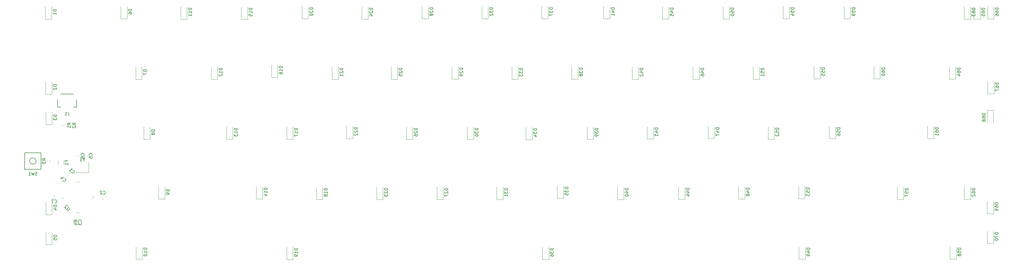
<source format=gbo>
G04 #@! TF.GenerationSoftware,KiCad,Pcbnew,(5.1.5)-3*
G04 #@! TF.CreationDate,2020-04-29T22:23:23+10:00*
G04 #@! TF.ProjectId,rei_pcb,7265695f-7063-4622-9e6b-696361645f70,rev?*
G04 #@! TF.SameCoordinates,Original*
G04 #@! TF.FileFunction,Legend,Bot*
G04 #@! TF.FilePolarity,Positive*
%FSLAX46Y46*%
G04 Gerber Fmt 4.6, Leading zero omitted, Abs format (unit mm)*
G04 Created by KiCad (PCBNEW (5.1.5)-3) date 2020-04-29 22:23:23*
%MOMM*%
%LPD*%
G04 APERTURE LIST*
%ADD10C,0.120000*%
%ADD11C,0.150000*%
G04 APERTURE END LIST*
D10*
X52072000Y-107787221D02*
X52072000Y-108112779D01*
X51052000Y-107787221D02*
X51052000Y-108112779D01*
X41019000Y-88356221D02*
X41019000Y-88681779D01*
X42039000Y-88356221D02*
X42039000Y-88681779D01*
X47750000Y-77378779D02*
X47750000Y-77053221D01*
X48770000Y-77378779D02*
X48770000Y-77053221D01*
X46099000Y-77378779D02*
X46099000Y-77053221D01*
X47119000Y-77378779D02*
X47119000Y-77053221D01*
X43207721Y-99439000D02*
X43533279Y-99439000D01*
X43207721Y-100459000D02*
X43533279Y-100459000D01*
X51437000Y-87030779D02*
X51437000Y-86705221D01*
X50417000Y-87030779D02*
X50417000Y-86705221D01*
X53977000Y-87030779D02*
X53977000Y-86705221D01*
X52957000Y-87030779D02*
X52957000Y-86705221D01*
X45719477Y-95004478D02*
X45489272Y-94774273D01*
X44998228Y-95725727D02*
X44768023Y-95495522D01*
X49528000Y-108112779D02*
X49528000Y-107787221D01*
X50548000Y-108112779D02*
X50548000Y-107787221D01*
X58836779Y-100522500D02*
X58511221Y-100522500D01*
X58836779Y-99502500D02*
X58511221Y-99502500D01*
X47711631Y-93136880D02*
X47481426Y-92906675D01*
X48432880Y-92415631D02*
X48202675Y-92185426D01*
X46207341Y-100525152D02*
X45694689Y-100012500D01*
X55905311Y-100012500D02*
X55392659Y-100525152D01*
X55392659Y-99499848D02*
X55905311Y-100012500D01*
X50800000Y-94907189D02*
X50287348Y-95419841D01*
X51312652Y-95419841D02*
X50800000Y-94907189D01*
X50800000Y-105117811D02*
X51312652Y-104605159D01*
X50287348Y-104605159D02*
X50800000Y-105117811D01*
D11*
X44416720Y-71438220D02*
X45416720Y-71438220D01*
X44416720Y-69038220D02*
X44416720Y-71438220D01*
X49416720Y-67238220D02*
X45416720Y-67238220D01*
X50416720Y-71438220D02*
X50416720Y-69038220D01*
X49416720Y-71438220D02*
X50416720Y-71438220D01*
D10*
X54197000Y-88901000D02*
X54197000Y-92201000D01*
X54197000Y-92201000D02*
X50197000Y-92201000D01*
D11*
X39176000Y-85919000D02*
X33976000Y-85919000D01*
X33976000Y-85919000D02*
X33976000Y-91119000D01*
X33976000Y-91119000D02*
X39176000Y-91119000D01*
X39176000Y-91119000D02*
X39176000Y-85919000D01*
X37576000Y-88519000D02*
G75*
G03X37576000Y-88519000I-1000000J0D01*
G01*
D10*
X46376000Y-89629064D02*
X46376000Y-88424936D01*
X44556000Y-89629064D02*
X44556000Y-88424936D01*
X340356700Y-114670400D02*
X340356700Y-110770400D01*
X338356700Y-114670400D02*
X338356700Y-110770400D01*
X340356700Y-114670400D02*
X338356700Y-114670400D01*
X340356700Y-105196200D02*
X340356700Y-101296200D01*
X338356700Y-105196200D02*
X338356700Y-101296200D01*
X340356700Y-105196200D02*
X338356700Y-105196200D01*
X338344000Y-72426000D02*
X338344000Y-76326000D01*
X340344000Y-72426000D02*
X340344000Y-76326000D01*
X338344000Y-72426000D02*
X340344000Y-72426000D01*
X340534500Y-67223200D02*
X340534500Y-63323200D01*
X338534500Y-67223200D02*
X338534500Y-63323200D01*
X340534500Y-67223200D02*
X338534500Y-67223200D01*
X340496400Y-43448800D02*
X340496400Y-39548800D01*
X338496400Y-43448800D02*
X338496400Y-39548800D01*
X340496400Y-43448800D02*
X338496400Y-43448800D01*
X336153000Y-43525000D02*
X336153000Y-39625000D01*
X334153000Y-43525000D02*
X334153000Y-39625000D01*
X336153000Y-43525000D02*
X334153000Y-43525000D01*
X328406000Y-62511500D02*
X328406000Y-58611500D01*
X326406000Y-62511500D02*
X326406000Y-58611500D01*
X328406000Y-62511500D02*
X326406000Y-62511500D01*
X333105000Y-43525000D02*
X333105000Y-39625000D01*
X331105000Y-43525000D02*
X331105000Y-39625000D01*
X333105000Y-43525000D02*
X331105000Y-43525000D01*
X333105000Y-100675000D02*
X333105000Y-96775000D01*
X331105000Y-100675000D02*
X331105000Y-96775000D01*
X333105000Y-100675000D02*
X331105000Y-100675000D01*
X321484500Y-81371000D02*
X321484500Y-77471000D01*
X319484500Y-81371000D02*
X319484500Y-77471000D01*
X321484500Y-81371000D02*
X319484500Y-81371000D01*
X304530000Y-62448000D02*
X304530000Y-58548000D01*
X302530000Y-62448000D02*
X302530000Y-58548000D01*
X304530000Y-62448000D02*
X302530000Y-62448000D01*
X295132000Y-43398000D02*
X295132000Y-39498000D01*
X293132000Y-43398000D02*
X293132000Y-39498000D01*
X295132000Y-43398000D02*
X293132000Y-43398000D01*
X328596500Y-119598000D02*
X328596500Y-115698000D01*
X326596500Y-119598000D02*
X326596500Y-115698000D01*
X328596500Y-119598000D02*
X326596500Y-119598000D01*
X311896000Y-100675000D02*
X311896000Y-96775000D01*
X309896000Y-100675000D02*
X309896000Y-96775000D01*
X311896000Y-100675000D02*
X309896000Y-100675000D01*
X290433000Y-81434500D02*
X290433000Y-77534500D01*
X288433000Y-81434500D02*
X288433000Y-77534500D01*
X290433000Y-81434500D02*
X288433000Y-81434500D01*
X285543500Y-62448000D02*
X285543500Y-58548000D01*
X283543500Y-62448000D02*
X283543500Y-58548000D01*
X285543500Y-62448000D02*
X283543500Y-62448000D01*
X275828000Y-43398000D02*
X275828000Y-39498000D01*
X273828000Y-43398000D02*
X273828000Y-39498000D01*
X275828000Y-43398000D02*
X273828000Y-43398000D01*
X280717500Y-100484500D02*
X280717500Y-96584500D01*
X278717500Y-100484500D02*
X278717500Y-96584500D01*
X280717500Y-100484500D02*
X278717500Y-100484500D01*
X271065500Y-81561500D02*
X271065500Y-77661500D01*
X269065500Y-81561500D02*
X269065500Y-77661500D01*
X271065500Y-81561500D02*
X269065500Y-81561500D01*
X266366500Y-62575000D02*
X266366500Y-58675000D01*
X264366500Y-62575000D02*
X264366500Y-58675000D01*
X266366500Y-62575000D02*
X264366500Y-62575000D01*
X256841500Y-43461500D02*
X256841500Y-39561500D01*
X254841500Y-43461500D02*
X254841500Y-39561500D01*
X256841500Y-43461500D02*
X254841500Y-43461500D01*
X280844500Y-119598000D02*
X280844500Y-115698000D01*
X278844500Y-119598000D02*
X278844500Y-115698000D01*
X280844500Y-119598000D02*
X278844500Y-119598000D01*
X261731000Y-100548000D02*
X261731000Y-96648000D01*
X259731000Y-100548000D02*
X259731000Y-96648000D01*
X261731000Y-100548000D02*
X259731000Y-100548000D01*
X252142500Y-81434500D02*
X252142500Y-77534500D01*
X250142500Y-81434500D02*
X250142500Y-77534500D01*
X252142500Y-81434500D02*
X250142500Y-81434500D01*
X247316500Y-62575000D02*
X247316500Y-58675000D01*
X245316500Y-62575000D02*
X245316500Y-58675000D01*
X247316500Y-62575000D02*
X245316500Y-62575000D01*
X237664500Y-43461500D02*
X237664500Y-39561500D01*
X235664500Y-43461500D02*
X235664500Y-39561500D01*
X237664500Y-43461500D02*
X235664500Y-43461500D01*
X242744500Y-100611500D02*
X242744500Y-96711500D01*
X240744500Y-100611500D02*
X240744500Y-96711500D01*
X242744500Y-100611500D02*
X240744500Y-100611500D01*
X232838500Y-81498000D02*
X232838500Y-77598000D01*
X230838500Y-81498000D02*
X230838500Y-77598000D01*
X232838500Y-81498000D02*
X230838500Y-81498000D01*
X228076000Y-62575000D02*
X228076000Y-58675000D01*
X226076000Y-62575000D02*
X226076000Y-58675000D01*
X228076000Y-62575000D02*
X226076000Y-62575000D01*
X219059000Y-43398000D02*
X219059000Y-39498000D01*
X217059000Y-43398000D02*
X217059000Y-39498000D01*
X219059000Y-43398000D02*
X217059000Y-43398000D01*
X223440500Y-100675000D02*
X223440500Y-96775000D01*
X221440500Y-100675000D02*
X221440500Y-96775000D01*
X223440500Y-100675000D02*
X221440500Y-100675000D01*
X213852000Y-81625000D02*
X213852000Y-77725000D01*
X211852000Y-81625000D02*
X211852000Y-77725000D01*
X213852000Y-81625000D02*
X211852000Y-81625000D01*
X208962500Y-62511500D02*
X208962500Y-58611500D01*
X206962500Y-62511500D02*
X206962500Y-58611500D01*
X208962500Y-62511500D02*
X206962500Y-62511500D01*
X199501000Y-43398000D02*
X199501000Y-39498000D01*
X197501000Y-43398000D02*
X197501000Y-39498000D01*
X199501000Y-43398000D02*
X197501000Y-43398000D01*
X199755000Y-119725000D02*
X199755000Y-115825000D01*
X197755000Y-119725000D02*
X197755000Y-115825000D01*
X199755000Y-119725000D02*
X197755000Y-119725000D01*
X204390500Y-100294000D02*
X204390500Y-96394000D01*
X202390500Y-100294000D02*
X202390500Y-96394000D01*
X204390500Y-100294000D02*
X202390500Y-100294000D01*
X194484500Y-81752000D02*
X194484500Y-77852000D01*
X192484500Y-81752000D02*
X192484500Y-77852000D01*
X194484500Y-81752000D02*
X192484500Y-81752000D01*
X190039500Y-62575000D02*
X190039500Y-58675000D01*
X188039500Y-62575000D02*
X188039500Y-58675000D01*
X190039500Y-62575000D02*
X188039500Y-62575000D01*
X180578000Y-43398000D02*
X180578000Y-39498000D01*
X178578000Y-43398000D02*
X178578000Y-39498000D01*
X180578000Y-43398000D02*
X178578000Y-43398000D01*
X185277000Y-100675000D02*
X185277000Y-96775000D01*
X183277000Y-100675000D02*
X183277000Y-96775000D01*
X185277000Y-100675000D02*
X183277000Y-100675000D01*
X175942500Y-81625000D02*
X175942500Y-77725000D01*
X173942500Y-81625000D02*
X173942500Y-77725000D01*
X175942500Y-81625000D02*
X173942500Y-81625000D01*
X171116500Y-62511500D02*
X171116500Y-58611500D01*
X169116500Y-62511500D02*
X169116500Y-58611500D01*
X171116500Y-62511500D02*
X169116500Y-62511500D01*
X161655000Y-43398000D02*
X161655000Y-39498000D01*
X159655000Y-43398000D02*
X159655000Y-39498000D01*
X161655000Y-43398000D02*
X159655000Y-43398000D01*
X166354000Y-100675000D02*
X166354000Y-96775000D01*
X164354000Y-100675000D02*
X164354000Y-96775000D01*
X166354000Y-100675000D02*
X164354000Y-100675000D01*
X156702000Y-81625000D02*
X156702000Y-77725000D01*
X154702000Y-81625000D02*
X154702000Y-77725000D01*
X156702000Y-81625000D02*
X154702000Y-81625000D01*
X151876000Y-62575000D02*
X151876000Y-58675000D01*
X149876000Y-62575000D02*
X149876000Y-58675000D01*
X151876000Y-62575000D02*
X149876000Y-62575000D01*
X142605000Y-43525000D02*
X142605000Y-39625000D01*
X140605000Y-43525000D02*
X140605000Y-39625000D01*
X142605000Y-43525000D02*
X140605000Y-43525000D01*
X147304000Y-100675000D02*
X147304000Y-96775000D01*
X145304000Y-100675000D02*
X145304000Y-96775000D01*
X147304000Y-100675000D02*
X145304000Y-100675000D01*
X137779000Y-81371000D02*
X137779000Y-77471000D01*
X135779000Y-81371000D02*
X135779000Y-77471000D01*
X137779000Y-81371000D02*
X135779000Y-81371000D01*
X133207000Y-62575000D02*
X133207000Y-58675000D01*
X131207000Y-62575000D02*
X131207000Y-58675000D01*
X133207000Y-62575000D02*
X131207000Y-62575000D01*
X123682000Y-43398000D02*
X123682000Y-39498000D01*
X121682000Y-43398000D02*
X121682000Y-39498000D01*
X123682000Y-43398000D02*
X121682000Y-43398000D01*
X118856000Y-119725000D02*
X118856000Y-115825000D01*
X116856000Y-119725000D02*
X116856000Y-115825000D01*
X118856000Y-119725000D02*
X116856000Y-119725000D01*
X128254000Y-100675000D02*
X128254000Y-96775000D01*
X126254000Y-100675000D02*
X126254000Y-96775000D01*
X128254000Y-100675000D02*
X126254000Y-100675000D01*
X118856000Y-81625000D02*
X118856000Y-77725000D01*
X116856000Y-81625000D02*
X116856000Y-77725000D01*
X118856000Y-81625000D02*
X116856000Y-81625000D01*
X114030000Y-61940000D02*
X114030000Y-58040000D01*
X112030000Y-61940000D02*
X112030000Y-58040000D01*
X114030000Y-61940000D02*
X112030000Y-61940000D01*
X104505000Y-43525000D02*
X104505000Y-39625000D01*
X102505000Y-43525000D02*
X102505000Y-39625000D01*
X104505000Y-43525000D02*
X102505000Y-43525000D01*
X109204000Y-100548000D02*
X109204000Y-96648000D01*
X107204000Y-100548000D02*
X107204000Y-96648000D01*
X109204000Y-100548000D02*
X107204000Y-100548000D01*
X99806000Y-81625000D02*
X99806000Y-77725000D01*
X97806000Y-81625000D02*
X97806000Y-77725000D01*
X99806000Y-81625000D02*
X97806000Y-81625000D01*
X94980000Y-62575000D02*
X94980000Y-58675000D01*
X92980000Y-62575000D02*
X92980000Y-58675000D01*
X94980000Y-62575000D02*
X92980000Y-62575000D01*
X85328000Y-43525000D02*
X85328000Y-39625000D01*
X83328000Y-43525000D02*
X83328000Y-39625000D01*
X85328000Y-43525000D02*
X83328000Y-43525000D01*
X71231000Y-119598000D02*
X71231000Y-115698000D01*
X69231000Y-119598000D02*
X69231000Y-115698000D01*
X71231000Y-119598000D02*
X69231000Y-119598000D01*
X78343000Y-100548000D02*
X78343000Y-96648000D01*
X76343000Y-100548000D02*
X76343000Y-96648000D01*
X78343000Y-100548000D02*
X76343000Y-100548000D01*
X73644000Y-81625000D02*
X73644000Y-77725000D01*
X71644000Y-81625000D02*
X71644000Y-77725000D01*
X73644000Y-81625000D02*
X71644000Y-81625000D01*
X71104000Y-62575000D02*
X71104000Y-58675000D01*
X69104000Y-62575000D02*
X69104000Y-58675000D01*
X71104000Y-62575000D02*
X69104000Y-62575000D01*
X66405000Y-43398000D02*
X66405000Y-39498000D01*
X64405000Y-43398000D02*
X64405000Y-39498000D01*
X66405000Y-43398000D02*
X64405000Y-43398000D01*
X42656000Y-115026000D02*
X42656000Y-111126000D01*
X40656000Y-115026000D02*
X40656000Y-111126000D01*
X42656000Y-115026000D02*
X40656000Y-115026000D01*
X42656000Y-105501000D02*
X42656000Y-101601000D01*
X40656000Y-105501000D02*
X40656000Y-101601000D01*
X42656000Y-105501000D02*
X40656000Y-105501000D01*
X42656000Y-76913300D02*
X42656000Y-73013300D01*
X40656000Y-76913300D02*
X40656000Y-73013300D01*
X42656000Y-76913300D02*
X40656000Y-76913300D01*
X42617900Y-67324800D02*
X42617900Y-63424800D01*
X40617900Y-67324800D02*
X40617900Y-63424800D01*
X42617900Y-67324800D02*
X40617900Y-67324800D01*
X42529000Y-43525000D02*
X42529000Y-39625000D01*
X40529000Y-43525000D02*
X40529000Y-39625000D01*
X42529000Y-43525000D02*
X40529000Y-43525000D01*
D11*
X50584380Y-107783333D02*
X50108190Y-107450000D01*
X50584380Y-107211904D02*
X49584380Y-107211904D01*
X49584380Y-107592857D01*
X49632000Y-107688095D01*
X49679619Y-107735714D01*
X49774857Y-107783333D01*
X49917714Y-107783333D01*
X50012952Y-107735714D01*
X50060571Y-107688095D01*
X50108190Y-107592857D01*
X50108190Y-107211904D01*
X49917714Y-108640476D02*
X50584380Y-108640476D01*
X49536761Y-108402380D02*
X50251047Y-108164285D01*
X50251047Y-108783333D01*
X40551380Y-88352333D02*
X40075190Y-88019000D01*
X40551380Y-87780904D02*
X39551380Y-87780904D01*
X39551380Y-88161857D01*
X39599000Y-88257095D01*
X39646619Y-88304714D01*
X39741857Y-88352333D01*
X39884714Y-88352333D01*
X39979952Y-88304714D01*
X40027571Y-88257095D01*
X40075190Y-88161857D01*
X40075190Y-87780904D01*
X39551380Y-88685666D02*
X39551380Y-89304714D01*
X39932333Y-88971380D01*
X39932333Y-89114238D01*
X39979952Y-89209476D01*
X40027571Y-89257095D01*
X40122809Y-89304714D01*
X40360904Y-89304714D01*
X40456142Y-89257095D01*
X40503761Y-89209476D01*
X40551380Y-89114238D01*
X40551380Y-88828523D01*
X40503761Y-88733285D01*
X40456142Y-88685666D01*
X50142380Y-77049333D02*
X49666190Y-76716000D01*
X50142380Y-76477904D02*
X49142380Y-76477904D01*
X49142380Y-76858857D01*
X49190000Y-76954095D01*
X49237619Y-77001714D01*
X49332857Y-77049333D01*
X49475714Y-77049333D01*
X49570952Y-77001714D01*
X49618571Y-76954095D01*
X49666190Y-76858857D01*
X49666190Y-76477904D01*
X49237619Y-77430285D02*
X49190000Y-77477904D01*
X49142380Y-77573142D01*
X49142380Y-77811238D01*
X49190000Y-77906476D01*
X49237619Y-77954095D01*
X49332857Y-78001714D01*
X49428095Y-78001714D01*
X49570952Y-77954095D01*
X50142380Y-77382666D01*
X50142380Y-78001714D01*
X48491380Y-77049333D02*
X48015190Y-76716000D01*
X48491380Y-76477904D02*
X47491380Y-76477904D01*
X47491380Y-76858857D01*
X47539000Y-76954095D01*
X47586619Y-77001714D01*
X47681857Y-77049333D01*
X47824714Y-77049333D01*
X47919952Y-77001714D01*
X47967571Y-76954095D01*
X48015190Y-76858857D01*
X48015190Y-76477904D01*
X48491380Y-78001714D02*
X48491380Y-77430285D01*
X48491380Y-77716000D02*
X47491380Y-77716000D01*
X47634238Y-77620761D01*
X47729476Y-77525523D01*
X47777095Y-77430285D01*
X43537166Y-101736142D02*
X43584785Y-101783761D01*
X43727642Y-101831380D01*
X43822880Y-101831380D01*
X43965738Y-101783761D01*
X44060976Y-101688523D01*
X44108595Y-101593285D01*
X44156214Y-101402809D01*
X44156214Y-101259952D01*
X44108595Y-101069476D01*
X44060976Y-100974238D01*
X43965738Y-100879000D01*
X43822880Y-100831380D01*
X43727642Y-100831380D01*
X43584785Y-100879000D01*
X43537166Y-100926619D01*
X43203833Y-100831380D02*
X42537166Y-100831380D01*
X42965738Y-101831380D01*
X52714142Y-86701333D02*
X52761761Y-86653714D01*
X52809380Y-86510857D01*
X52809380Y-86415619D01*
X52761761Y-86272761D01*
X52666523Y-86177523D01*
X52571285Y-86129904D01*
X52380809Y-86082285D01*
X52237952Y-86082285D01*
X52047476Y-86129904D01*
X51952238Y-86177523D01*
X51857000Y-86272761D01*
X51809380Y-86415619D01*
X51809380Y-86510857D01*
X51857000Y-86653714D01*
X51904619Y-86701333D01*
X51809380Y-87558476D02*
X51809380Y-87368000D01*
X51857000Y-87272761D01*
X51904619Y-87225142D01*
X52047476Y-87129904D01*
X52237952Y-87082285D01*
X52618904Y-87082285D01*
X52714142Y-87129904D01*
X52761761Y-87177523D01*
X52809380Y-87272761D01*
X52809380Y-87463238D01*
X52761761Y-87558476D01*
X52714142Y-87606095D01*
X52618904Y-87653714D01*
X52380809Y-87653714D01*
X52285571Y-87606095D01*
X52237952Y-87558476D01*
X52190333Y-87463238D01*
X52190333Y-87272761D01*
X52237952Y-87177523D01*
X52285571Y-87129904D01*
X52380809Y-87082285D01*
X55254142Y-86701333D02*
X55301761Y-86653714D01*
X55349380Y-86510857D01*
X55349380Y-86415619D01*
X55301761Y-86272761D01*
X55206523Y-86177523D01*
X55111285Y-86129904D01*
X54920809Y-86082285D01*
X54777952Y-86082285D01*
X54587476Y-86129904D01*
X54492238Y-86177523D01*
X54397000Y-86272761D01*
X54349380Y-86415619D01*
X54349380Y-86510857D01*
X54397000Y-86653714D01*
X54444619Y-86701333D01*
X54349380Y-87606095D02*
X54349380Y-87129904D01*
X54825571Y-87082285D01*
X54777952Y-87129904D01*
X54730333Y-87225142D01*
X54730333Y-87463238D01*
X54777952Y-87558476D01*
X54825571Y-87606095D01*
X54920809Y-87653714D01*
X55158904Y-87653714D01*
X55254142Y-87606095D01*
X55301761Y-87558476D01*
X55349380Y-87463238D01*
X55349380Y-87225142D01*
X55301761Y-87129904D01*
X55254142Y-87082285D01*
X46120225Y-94609226D02*
X46120225Y-94676569D01*
X46187569Y-94811256D01*
X46254912Y-94878600D01*
X46389600Y-94945943D01*
X46524287Y-94945943D01*
X46625302Y-94912272D01*
X46793661Y-94811256D01*
X46894676Y-94710241D01*
X46995691Y-94541882D01*
X47029363Y-94440867D01*
X47029363Y-94306180D01*
X46962019Y-94171493D01*
X46894676Y-94104149D01*
X46759989Y-94036806D01*
X46692645Y-94036806D01*
X45918195Y-93599073D02*
X45446790Y-94070478D01*
X46355928Y-93498058D02*
X46019210Y-94171493D01*
X45581477Y-93733760D01*
X51825142Y-107783333D02*
X51872761Y-107735714D01*
X51920380Y-107592857D01*
X51920380Y-107497619D01*
X51872761Y-107354761D01*
X51777523Y-107259523D01*
X51682285Y-107211904D01*
X51491809Y-107164285D01*
X51348952Y-107164285D01*
X51158476Y-107211904D01*
X51063238Y-107259523D01*
X50968000Y-107354761D01*
X50920380Y-107497619D01*
X50920380Y-107592857D01*
X50968000Y-107735714D01*
X51015619Y-107783333D01*
X50920380Y-108116666D02*
X50920380Y-108735714D01*
X51301333Y-108402380D01*
X51301333Y-108545238D01*
X51348952Y-108640476D01*
X51396571Y-108688095D01*
X51491809Y-108735714D01*
X51729904Y-108735714D01*
X51825142Y-108688095D01*
X51872761Y-108640476D01*
X51920380Y-108545238D01*
X51920380Y-108259523D01*
X51872761Y-108164285D01*
X51825142Y-108116666D01*
X58840666Y-98939642D02*
X58888285Y-98987261D01*
X59031142Y-99034880D01*
X59126380Y-99034880D01*
X59269238Y-98987261D01*
X59364476Y-98892023D01*
X59412095Y-98796785D01*
X59459714Y-98606309D01*
X59459714Y-98463452D01*
X59412095Y-98272976D01*
X59364476Y-98177738D01*
X59269238Y-98082500D01*
X59126380Y-98034880D01*
X59031142Y-98034880D01*
X58888285Y-98082500D01*
X58840666Y-98130119D01*
X58459714Y-98130119D02*
X58412095Y-98082500D01*
X58316857Y-98034880D01*
X58078761Y-98034880D01*
X57983523Y-98082500D01*
X57935904Y-98130119D01*
X57888285Y-98225357D01*
X57888285Y-98320595D01*
X57935904Y-98463452D01*
X58507333Y-99034880D01*
X57888285Y-99034880D01*
X48833628Y-92020379D02*
X48833628Y-92087722D01*
X48900972Y-92222409D01*
X48968315Y-92289753D01*
X49103003Y-92357096D01*
X49237690Y-92357096D01*
X49338705Y-92323425D01*
X49507064Y-92222409D01*
X49608079Y-92121394D01*
X49709094Y-91953035D01*
X49742766Y-91852020D01*
X49742766Y-91717333D01*
X49675422Y-91582646D01*
X49608079Y-91515302D01*
X49473392Y-91447959D01*
X49406048Y-91447959D01*
X48092850Y-91414287D02*
X48496911Y-91818348D01*
X48294880Y-91616318D02*
X49001987Y-90909211D01*
X48968316Y-91077570D01*
X48968315Y-91212257D01*
X49001987Y-91313272D01*
X48317718Y-103572277D02*
X47745298Y-104144697D01*
X47644283Y-104178369D01*
X47576939Y-104178369D01*
X47475924Y-104144697D01*
X47341237Y-104010010D01*
X47307565Y-103908995D01*
X47307565Y-103841651D01*
X47341237Y-103740636D01*
X47913657Y-103168216D01*
X47543267Y-102932514D02*
X47543267Y-102865171D01*
X47509596Y-102764155D01*
X47341237Y-102595797D01*
X47240222Y-102562125D01*
X47172878Y-102562125D01*
X47071863Y-102595797D01*
X47004519Y-102663140D01*
X46937176Y-102797827D01*
X46937176Y-103605949D01*
X46499443Y-103168216D01*
X47750053Y-72990600D02*
X47750053Y-73704886D01*
X47797672Y-73847743D01*
X47892910Y-73942981D01*
X48035767Y-73990600D01*
X48131005Y-73990600D01*
X46750053Y-73990600D02*
X47321481Y-73990600D01*
X47035767Y-73990600D02*
X47035767Y-72990600D01*
X47131005Y-73133458D01*
X47226243Y-73228696D01*
X47321481Y-73276315D01*
X52673190Y-88077190D02*
X52673190Y-88553380D01*
X53006523Y-87553380D02*
X52673190Y-88077190D01*
X52339857Y-87553380D01*
X51482714Y-88553380D02*
X52054142Y-88553380D01*
X51768428Y-88553380D02*
X51768428Y-87553380D01*
X51863666Y-87696238D01*
X51958904Y-87791476D01*
X52054142Y-87839095D01*
X37909333Y-92987761D02*
X37766476Y-93035380D01*
X37528380Y-93035380D01*
X37433142Y-92987761D01*
X37385523Y-92940142D01*
X37337904Y-92844904D01*
X37337904Y-92749666D01*
X37385523Y-92654428D01*
X37433142Y-92606809D01*
X37528380Y-92559190D01*
X37718857Y-92511571D01*
X37814095Y-92463952D01*
X37861714Y-92416333D01*
X37909333Y-92321095D01*
X37909333Y-92225857D01*
X37861714Y-92130619D01*
X37814095Y-92083000D01*
X37718857Y-92035380D01*
X37480761Y-92035380D01*
X37337904Y-92083000D01*
X37004571Y-92035380D02*
X36766476Y-93035380D01*
X36576000Y-92321095D01*
X36385523Y-93035380D01*
X36147428Y-92035380D01*
X35242666Y-93035380D02*
X35814095Y-93035380D01*
X35528380Y-93035380D02*
X35528380Y-92035380D01*
X35623619Y-92178238D01*
X35718857Y-92273476D01*
X35814095Y-92321095D01*
X47214571Y-88693666D02*
X47214571Y-88360333D01*
X47738380Y-88360333D02*
X46738380Y-88360333D01*
X46738380Y-88836523D01*
X47738380Y-89741285D02*
X47738380Y-89169857D01*
X47738380Y-89455571D02*
X46738380Y-89455571D01*
X46881238Y-89360333D01*
X46976476Y-89265095D01*
X47024095Y-89169857D01*
X341809080Y-111206114D02*
X340809080Y-111206114D01*
X340809080Y-111444209D01*
X340856700Y-111587066D01*
X340951938Y-111682304D01*
X341047176Y-111729923D01*
X341237652Y-111777542D01*
X341380509Y-111777542D01*
X341570985Y-111729923D01*
X341666223Y-111682304D01*
X341761461Y-111587066D01*
X341809080Y-111444209D01*
X341809080Y-111206114D01*
X340809080Y-112110876D02*
X340809080Y-112777542D01*
X341809080Y-112348971D01*
X340809080Y-113348971D02*
X340809080Y-113444209D01*
X340856700Y-113539447D01*
X340904319Y-113587066D01*
X340999557Y-113634685D01*
X341190033Y-113682304D01*
X341428128Y-113682304D01*
X341618604Y-113634685D01*
X341713842Y-113587066D01*
X341761461Y-113539447D01*
X341809080Y-113444209D01*
X341809080Y-113348971D01*
X341761461Y-113253733D01*
X341713842Y-113206114D01*
X341618604Y-113158495D01*
X341428128Y-113110876D01*
X341190033Y-113110876D01*
X340999557Y-113158495D01*
X340904319Y-113206114D01*
X340856700Y-113253733D01*
X340809080Y-113348971D01*
X341809080Y-101731914D02*
X340809080Y-101731914D01*
X340809080Y-101970009D01*
X340856700Y-102112866D01*
X340951938Y-102208104D01*
X341047176Y-102255723D01*
X341237652Y-102303342D01*
X341380509Y-102303342D01*
X341570985Y-102255723D01*
X341666223Y-102208104D01*
X341761461Y-102112866D01*
X341809080Y-101970009D01*
X341809080Y-101731914D01*
X340809080Y-103160485D02*
X340809080Y-102970009D01*
X340856700Y-102874771D01*
X340904319Y-102827152D01*
X341047176Y-102731914D01*
X341237652Y-102684295D01*
X341618604Y-102684295D01*
X341713842Y-102731914D01*
X341761461Y-102779533D01*
X341809080Y-102874771D01*
X341809080Y-103065247D01*
X341761461Y-103160485D01*
X341713842Y-103208104D01*
X341618604Y-103255723D01*
X341380509Y-103255723D01*
X341285271Y-103208104D01*
X341237652Y-103160485D01*
X341190033Y-103065247D01*
X341190033Y-102874771D01*
X341237652Y-102779533D01*
X341285271Y-102731914D01*
X341380509Y-102684295D01*
X341809080Y-103731914D02*
X341809080Y-103922390D01*
X341761461Y-104017628D01*
X341713842Y-104065247D01*
X341570985Y-104160485D01*
X341380509Y-104208104D01*
X340999557Y-104208104D01*
X340904319Y-104160485D01*
X340856700Y-104112866D01*
X340809080Y-104017628D01*
X340809080Y-103827152D01*
X340856700Y-103731914D01*
X340904319Y-103684295D01*
X340999557Y-103636676D01*
X341237652Y-103636676D01*
X341332890Y-103684295D01*
X341380509Y-103731914D01*
X341428128Y-103827152D01*
X341428128Y-104017628D01*
X341380509Y-104112866D01*
X341332890Y-104160485D01*
X341237652Y-104208104D01*
X337796380Y-73461714D02*
X336796380Y-73461714D01*
X336796380Y-73699809D01*
X336844000Y-73842666D01*
X336939238Y-73937904D01*
X337034476Y-73985523D01*
X337224952Y-74033142D01*
X337367809Y-74033142D01*
X337558285Y-73985523D01*
X337653523Y-73937904D01*
X337748761Y-73842666D01*
X337796380Y-73699809D01*
X337796380Y-73461714D01*
X336796380Y-74890285D02*
X336796380Y-74699809D01*
X336844000Y-74604571D01*
X336891619Y-74556952D01*
X337034476Y-74461714D01*
X337224952Y-74414095D01*
X337605904Y-74414095D01*
X337701142Y-74461714D01*
X337748761Y-74509333D01*
X337796380Y-74604571D01*
X337796380Y-74795047D01*
X337748761Y-74890285D01*
X337701142Y-74937904D01*
X337605904Y-74985523D01*
X337367809Y-74985523D01*
X337272571Y-74937904D01*
X337224952Y-74890285D01*
X337177333Y-74795047D01*
X337177333Y-74604571D01*
X337224952Y-74509333D01*
X337272571Y-74461714D01*
X337367809Y-74414095D01*
X337224952Y-75556952D02*
X337177333Y-75461714D01*
X337129714Y-75414095D01*
X337034476Y-75366476D01*
X336986857Y-75366476D01*
X336891619Y-75414095D01*
X336844000Y-75461714D01*
X336796380Y-75556952D01*
X336796380Y-75747428D01*
X336844000Y-75842666D01*
X336891619Y-75890285D01*
X336986857Y-75937904D01*
X337034476Y-75937904D01*
X337129714Y-75890285D01*
X337177333Y-75842666D01*
X337224952Y-75747428D01*
X337224952Y-75556952D01*
X337272571Y-75461714D01*
X337320190Y-75414095D01*
X337415428Y-75366476D01*
X337605904Y-75366476D01*
X337701142Y-75414095D01*
X337748761Y-75461714D01*
X337796380Y-75556952D01*
X337796380Y-75747428D01*
X337748761Y-75842666D01*
X337701142Y-75890285D01*
X337605904Y-75937904D01*
X337415428Y-75937904D01*
X337320190Y-75890285D01*
X337272571Y-75842666D01*
X337224952Y-75747428D01*
X341986880Y-63758914D02*
X340986880Y-63758914D01*
X340986880Y-63997009D01*
X341034500Y-64139866D01*
X341129738Y-64235104D01*
X341224976Y-64282723D01*
X341415452Y-64330342D01*
X341558309Y-64330342D01*
X341748785Y-64282723D01*
X341844023Y-64235104D01*
X341939261Y-64139866D01*
X341986880Y-63997009D01*
X341986880Y-63758914D01*
X340986880Y-65187485D02*
X340986880Y-64997009D01*
X341034500Y-64901771D01*
X341082119Y-64854152D01*
X341224976Y-64758914D01*
X341415452Y-64711295D01*
X341796404Y-64711295D01*
X341891642Y-64758914D01*
X341939261Y-64806533D01*
X341986880Y-64901771D01*
X341986880Y-65092247D01*
X341939261Y-65187485D01*
X341891642Y-65235104D01*
X341796404Y-65282723D01*
X341558309Y-65282723D01*
X341463071Y-65235104D01*
X341415452Y-65187485D01*
X341367833Y-65092247D01*
X341367833Y-64901771D01*
X341415452Y-64806533D01*
X341463071Y-64758914D01*
X341558309Y-64711295D01*
X340986880Y-65616057D02*
X340986880Y-66282723D01*
X341986880Y-65854152D01*
X341948780Y-39984514D02*
X340948780Y-39984514D01*
X340948780Y-40222609D01*
X340996400Y-40365466D01*
X341091638Y-40460704D01*
X341186876Y-40508323D01*
X341377352Y-40555942D01*
X341520209Y-40555942D01*
X341710685Y-40508323D01*
X341805923Y-40460704D01*
X341901161Y-40365466D01*
X341948780Y-40222609D01*
X341948780Y-39984514D01*
X340948780Y-41413085D02*
X340948780Y-41222609D01*
X340996400Y-41127371D01*
X341044019Y-41079752D01*
X341186876Y-40984514D01*
X341377352Y-40936895D01*
X341758304Y-40936895D01*
X341853542Y-40984514D01*
X341901161Y-41032133D01*
X341948780Y-41127371D01*
X341948780Y-41317847D01*
X341901161Y-41413085D01*
X341853542Y-41460704D01*
X341758304Y-41508323D01*
X341520209Y-41508323D01*
X341424971Y-41460704D01*
X341377352Y-41413085D01*
X341329733Y-41317847D01*
X341329733Y-41127371D01*
X341377352Y-41032133D01*
X341424971Y-40984514D01*
X341520209Y-40936895D01*
X340948780Y-42365466D02*
X340948780Y-42174990D01*
X340996400Y-42079752D01*
X341044019Y-42032133D01*
X341186876Y-41936895D01*
X341377352Y-41889276D01*
X341758304Y-41889276D01*
X341853542Y-41936895D01*
X341901161Y-41984514D01*
X341948780Y-42079752D01*
X341948780Y-42270228D01*
X341901161Y-42365466D01*
X341853542Y-42413085D01*
X341758304Y-42460704D01*
X341520209Y-42460704D01*
X341424971Y-42413085D01*
X341377352Y-42365466D01*
X341329733Y-42270228D01*
X341329733Y-42079752D01*
X341377352Y-41984514D01*
X341424971Y-41936895D01*
X341520209Y-41889276D01*
X337605380Y-40060714D02*
X336605380Y-40060714D01*
X336605380Y-40298809D01*
X336653000Y-40441666D01*
X336748238Y-40536904D01*
X336843476Y-40584523D01*
X337033952Y-40632142D01*
X337176809Y-40632142D01*
X337367285Y-40584523D01*
X337462523Y-40536904D01*
X337557761Y-40441666D01*
X337605380Y-40298809D01*
X337605380Y-40060714D01*
X336605380Y-41489285D02*
X336605380Y-41298809D01*
X336653000Y-41203571D01*
X336700619Y-41155952D01*
X336843476Y-41060714D01*
X337033952Y-41013095D01*
X337414904Y-41013095D01*
X337510142Y-41060714D01*
X337557761Y-41108333D01*
X337605380Y-41203571D01*
X337605380Y-41394047D01*
X337557761Y-41489285D01*
X337510142Y-41536904D01*
X337414904Y-41584523D01*
X337176809Y-41584523D01*
X337081571Y-41536904D01*
X337033952Y-41489285D01*
X336986333Y-41394047D01*
X336986333Y-41203571D01*
X337033952Y-41108333D01*
X337081571Y-41060714D01*
X337176809Y-41013095D01*
X336605380Y-42489285D02*
X336605380Y-42013095D01*
X337081571Y-41965476D01*
X337033952Y-42013095D01*
X336986333Y-42108333D01*
X336986333Y-42346428D01*
X337033952Y-42441666D01*
X337081571Y-42489285D01*
X337176809Y-42536904D01*
X337414904Y-42536904D01*
X337510142Y-42489285D01*
X337557761Y-42441666D01*
X337605380Y-42346428D01*
X337605380Y-42108333D01*
X337557761Y-42013095D01*
X337510142Y-41965476D01*
X329858380Y-59047214D02*
X328858380Y-59047214D01*
X328858380Y-59285309D01*
X328906000Y-59428166D01*
X329001238Y-59523404D01*
X329096476Y-59571023D01*
X329286952Y-59618642D01*
X329429809Y-59618642D01*
X329620285Y-59571023D01*
X329715523Y-59523404D01*
X329810761Y-59428166D01*
X329858380Y-59285309D01*
X329858380Y-59047214D01*
X328858380Y-60475785D02*
X328858380Y-60285309D01*
X328906000Y-60190071D01*
X328953619Y-60142452D01*
X329096476Y-60047214D01*
X329286952Y-59999595D01*
X329667904Y-59999595D01*
X329763142Y-60047214D01*
X329810761Y-60094833D01*
X329858380Y-60190071D01*
X329858380Y-60380547D01*
X329810761Y-60475785D01*
X329763142Y-60523404D01*
X329667904Y-60571023D01*
X329429809Y-60571023D01*
X329334571Y-60523404D01*
X329286952Y-60475785D01*
X329239333Y-60380547D01*
X329239333Y-60190071D01*
X329286952Y-60094833D01*
X329334571Y-60047214D01*
X329429809Y-59999595D01*
X329191714Y-61428166D02*
X329858380Y-61428166D01*
X328810761Y-61190071D02*
X329525047Y-60951976D01*
X329525047Y-61571023D01*
X334557380Y-40060714D02*
X333557380Y-40060714D01*
X333557380Y-40298809D01*
X333605000Y-40441666D01*
X333700238Y-40536904D01*
X333795476Y-40584523D01*
X333985952Y-40632142D01*
X334128809Y-40632142D01*
X334319285Y-40584523D01*
X334414523Y-40536904D01*
X334509761Y-40441666D01*
X334557380Y-40298809D01*
X334557380Y-40060714D01*
X333557380Y-41489285D02*
X333557380Y-41298809D01*
X333605000Y-41203571D01*
X333652619Y-41155952D01*
X333795476Y-41060714D01*
X333985952Y-41013095D01*
X334366904Y-41013095D01*
X334462142Y-41060714D01*
X334509761Y-41108333D01*
X334557380Y-41203571D01*
X334557380Y-41394047D01*
X334509761Y-41489285D01*
X334462142Y-41536904D01*
X334366904Y-41584523D01*
X334128809Y-41584523D01*
X334033571Y-41536904D01*
X333985952Y-41489285D01*
X333938333Y-41394047D01*
X333938333Y-41203571D01*
X333985952Y-41108333D01*
X334033571Y-41060714D01*
X334128809Y-41013095D01*
X333557380Y-41917857D02*
X333557380Y-42536904D01*
X333938333Y-42203571D01*
X333938333Y-42346428D01*
X333985952Y-42441666D01*
X334033571Y-42489285D01*
X334128809Y-42536904D01*
X334366904Y-42536904D01*
X334462142Y-42489285D01*
X334509761Y-42441666D01*
X334557380Y-42346428D01*
X334557380Y-42060714D01*
X334509761Y-41965476D01*
X334462142Y-41917857D01*
X334557380Y-97210714D02*
X333557380Y-97210714D01*
X333557380Y-97448809D01*
X333605000Y-97591666D01*
X333700238Y-97686904D01*
X333795476Y-97734523D01*
X333985952Y-97782142D01*
X334128809Y-97782142D01*
X334319285Y-97734523D01*
X334414523Y-97686904D01*
X334509761Y-97591666D01*
X334557380Y-97448809D01*
X334557380Y-97210714D01*
X333557380Y-98639285D02*
X333557380Y-98448809D01*
X333605000Y-98353571D01*
X333652619Y-98305952D01*
X333795476Y-98210714D01*
X333985952Y-98163095D01*
X334366904Y-98163095D01*
X334462142Y-98210714D01*
X334509761Y-98258333D01*
X334557380Y-98353571D01*
X334557380Y-98544047D01*
X334509761Y-98639285D01*
X334462142Y-98686904D01*
X334366904Y-98734523D01*
X334128809Y-98734523D01*
X334033571Y-98686904D01*
X333985952Y-98639285D01*
X333938333Y-98544047D01*
X333938333Y-98353571D01*
X333985952Y-98258333D01*
X334033571Y-98210714D01*
X334128809Y-98163095D01*
X333652619Y-99115476D02*
X333605000Y-99163095D01*
X333557380Y-99258333D01*
X333557380Y-99496428D01*
X333605000Y-99591666D01*
X333652619Y-99639285D01*
X333747857Y-99686904D01*
X333843095Y-99686904D01*
X333985952Y-99639285D01*
X334557380Y-99067857D01*
X334557380Y-99686904D01*
X322936880Y-77906714D02*
X321936880Y-77906714D01*
X321936880Y-78144809D01*
X321984500Y-78287666D01*
X322079738Y-78382904D01*
X322174976Y-78430523D01*
X322365452Y-78478142D01*
X322508309Y-78478142D01*
X322698785Y-78430523D01*
X322794023Y-78382904D01*
X322889261Y-78287666D01*
X322936880Y-78144809D01*
X322936880Y-77906714D01*
X321936880Y-79335285D02*
X321936880Y-79144809D01*
X321984500Y-79049571D01*
X322032119Y-79001952D01*
X322174976Y-78906714D01*
X322365452Y-78859095D01*
X322746404Y-78859095D01*
X322841642Y-78906714D01*
X322889261Y-78954333D01*
X322936880Y-79049571D01*
X322936880Y-79240047D01*
X322889261Y-79335285D01*
X322841642Y-79382904D01*
X322746404Y-79430523D01*
X322508309Y-79430523D01*
X322413071Y-79382904D01*
X322365452Y-79335285D01*
X322317833Y-79240047D01*
X322317833Y-79049571D01*
X322365452Y-78954333D01*
X322413071Y-78906714D01*
X322508309Y-78859095D01*
X322936880Y-80382904D02*
X322936880Y-79811476D01*
X322936880Y-80097190D02*
X321936880Y-80097190D01*
X322079738Y-80001952D01*
X322174976Y-79906714D01*
X322222595Y-79811476D01*
X305982380Y-58983714D02*
X304982380Y-58983714D01*
X304982380Y-59221809D01*
X305030000Y-59364666D01*
X305125238Y-59459904D01*
X305220476Y-59507523D01*
X305410952Y-59555142D01*
X305553809Y-59555142D01*
X305744285Y-59507523D01*
X305839523Y-59459904D01*
X305934761Y-59364666D01*
X305982380Y-59221809D01*
X305982380Y-58983714D01*
X304982380Y-60412285D02*
X304982380Y-60221809D01*
X305030000Y-60126571D01*
X305077619Y-60078952D01*
X305220476Y-59983714D01*
X305410952Y-59936095D01*
X305791904Y-59936095D01*
X305887142Y-59983714D01*
X305934761Y-60031333D01*
X305982380Y-60126571D01*
X305982380Y-60317047D01*
X305934761Y-60412285D01*
X305887142Y-60459904D01*
X305791904Y-60507523D01*
X305553809Y-60507523D01*
X305458571Y-60459904D01*
X305410952Y-60412285D01*
X305363333Y-60317047D01*
X305363333Y-60126571D01*
X305410952Y-60031333D01*
X305458571Y-59983714D01*
X305553809Y-59936095D01*
X304982380Y-61126571D02*
X304982380Y-61221809D01*
X305030000Y-61317047D01*
X305077619Y-61364666D01*
X305172857Y-61412285D01*
X305363333Y-61459904D01*
X305601428Y-61459904D01*
X305791904Y-61412285D01*
X305887142Y-61364666D01*
X305934761Y-61317047D01*
X305982380Y-61221809D01*
X305982380Y-61126571D01*
X305934761Y-61031333D01*
X305887142Y-60983714D01*
X305791904Y-60936095D01*
X305601428Y-60888476D01*
X305363333Y-60888476D01*
X305172857Y-60936095D01*
X305077619Y-60983714D01*
X305030000Y-61031333D01*
X304982380Y-61126571D01*
X296584380Y-39933714D02*
X295584380Y-39933714D01*
X295584380Y-40171809D01*
X295632000Y-40314666D01*
X295727238Y-40409904D01*
X295822476Y-40457523D01*
X296012952Y-40505142D01*
X296155809Y-40505142D01*
X296346285Y-40457523D01*
X296441523Y-40409904D01*
X296536761Y-40314666D01*
X296584380Y-40171809D01*
X296584380Y-39933714D01*
X295584380Y-41409904D02*
X295584380Y-40933714D01*
X296060571Y-40886095D01*
X296012952Y-40933714D01*
X295965333Y-41028952D01*
X295965333Y-41267047D01*
X296012952Y-41362285D01*
X296060571Y-41409904D01*
X296155809Y-41457523D01*
X296393904Y-41457523D01*
X296489142Y-41409904D01*
X296536761Y-41362285D01*
X296584380Y-41267047D01*
X296584380Y-41028952D01*
X296536761Y-40933714D01*
X296489142Y-40886095D01*
X296584380Y-41933714D02*
X296584380Y-42124190D01*
X296536761Y-42219428D01*
X296489142Y-42267047D01*
X296346285Y-42362285D01*
X296155809Y-42409904D01*
X295774857Y-42409904D01*
X295679619Y-42362285D01*
X295632000Y-42314666D01*
X295584380Y-42219428D01*
X295584380Y-42028952D01*
X295632000Y-41933714D01*
X295679619Y-41886095D01*
X295774857Y-41838476D01*
X296012952Y-41838476D01*
X296108190Y-41886095D01*
X296155809Y-41933714D01*
X296203428Y-42028952D01*
X296203428Y-42219428D01*
X296155809Y-42314666D01*
X296108190Y-42362285D01*
X296012952Y-42409904D01*
X330048880Y-116133714D02*
X329048880Y-116133714D01*
X329048880Y-116371809D01*
X329096500Y-116514666D01*
X329191738Y-116609904D01*
X329286976Y-116657523D01*
X329477452Y-116705142D01*
X329620309Y-116705142D01*
X329810785Y-116657523D01*
X329906023Y-116609904D01*
X330001261Y-116514666D01*
X330048880Y-116371809D01*
X330048880Y-116133714D01*
X329048880Y-117609904D02*
X329048880Y-117133714D01*
X329525071Y-117086095D01*
X329477452Y-117133714D01*
X329429833Y-117228952D01*
X329429833Y-117467047D01*
X329477452Y-117562285D01*
X329525071Y-117609904D01*
X329620309Y-117657523D01*
X329858404Y-117657523D01*
X329953642Y-117609904D01*
X330001261Y-117562285D01*
X330048880Y-117467047D01*
X330048880Y-117228952D01*
X330001261Y-117133714D01*
X329953642Y-117086095D01*
X329477452Y-118228952D02*
X329429833Y-118133714D01*
X329382214Y-118086095D01*
X329286976Y-118038476D01*
X329239357Y-118038476D01*
X329144119Y-118086095D01*
X329096500Y-118133714D01*
X329048880Y-118228952D01*
X329048880Y-118419428D01*
X329096500Y-118514666D01*
X329144119Y-118562285D01*
X329239357Y-118609904D01*
X329286976Y-118609904D01*
X329382214Y-118562285D01*
X329429833Y-118514666D01*
X329477452Y-118419428D01*
X329477452Y-118228952D01*
X329525071Y-118133714D01*
X329572690Y-118086095D01*
X329667928Y-118038476D01*
X329858404Y-118038476D01*
X329953642Y-118086095D01*
X330001261Y-118133714D01*
X330048880Y-118228952D01*
X330048880Y-118419428D01*
X330001261Y-118514666D01*
X329953642Y-118562285D01*
X329858404Y-118609904D01*
X329667928Y-118609904D01*
X329572690Y-118562285D01*
X329525071Y-118514666D01*
X329477452Y-118419428D01*
X313348380Y-97210714D02*
X312348380Y-97210714D01*
X312348380Y-97448809D01*
X312396000Y-97591666D01*
X312491238Y-97686904D01*
X312586476Y-97734523D01*
X312776952Y-97782142D01*
X312919809Y-97782142D01*
X313110285Y-97734523D01*
X313205523Y-97686904D01*
X313300761Y-97591666D01*
X313348380Y-97448809D01*
X313348380Y-97210714D01*
X312348380Y-98686904D02*
X312348380Y-98210714D01*
X312824571Y-98163095D01*
X312776952Y-98210714D01*
X312729333Y-98305952D01*
X312729333Y-98544047D01*
X312776952Y-98639285D01*
X312824571Y-98686904D01*
X312919809Y-98734523D01*
X313157904Y-98734523D01*
X313253142Y-98686904D01*
X313300761Y-98639285D01*
X313348380Y-98544047D01*
X313348380Y-98305952D01*
X313300761Y-98210714D01*
X313253142Y-98163095D01*
X312348380Y-99067857D02*
X312348380Y-99734523D01*
X313348380Y-99305952D01*
X291885380Y-77970214D02*
X290885380Y-77970214D01*
X290885380Y-78208309D01*
X290933000Y-78351166D01*
X291028238Y-78446404D01*
X291123476Y-78494023D01*
X291313952Y-78541642D01*
X291456809Y-78541642D01*
X291647285Y-78494023D01*
X291742523Y-78446404D01*
X291837761Y-78351166D01*
X291885380Y-78208309D01*
X291885380Y-77970214D01*
X290885380Y-79446404D02*
X290885380Y-78970214D01*
X291361571Y-78922595D01*
X291313952Y-78970214D01*
X291266333Y-79065452D01*
X291266333Y-79303547D01*
X291313952Y-79398785D01*
X291361571Y-79446404D01*
X291456809Y-79494023D01*
X291694904Y-79494023D01*
X291790142Y-79446404D01*
X291837761Y-79398785D01*
X291885380Y-79303547D01*
X291885380Y-79065452D01*
X291837761Y-78970214D01*
X291790142Y-78922595D01*
X290885380Y-80351166D02*
X290885380Y-80160690D01*
X290933000Y-80065452D01*
X290980619Y-80017833D01*
X291123476Y-79922595D01*
X291313952Y-79874976D01*
X291694904Y-79874976D01*
X291790142Y-79922595D01*
X291837761Y-79970214D01*
X291885380Y-80065452D01*
X291885380Y-80255928D01*
X291837761Y-80351166D01*
X291790142Y-80398785D01*
X291694904Y-80446404D01*
X291456809Y-80446404D01*
X291361571Y-80398785D01*
X291313952Y-80351166D01*
X291266333Y-80255928D01*
X291266333Y-80065452D01*
X291313952Y-79970214D01*
X291361571Y-79922595D01*
X291456809Y-79874976D01*
X286995880Y-58983714D02*
X285995880Y-58983714D01*
X285995880Y-59221809D01*
X286043500Y-59364666D01*
X286138738Y-59459904D01*
X286233976Y-59507523D01*
X286424452Y-59555142D01*
X286567309Y-59555142D01*
X286757785Y-59507523D01*
X286853023Y-59459904D01*
X286948261Y-59364666D01*
X286995880Y-59221809D01*
X286995880Y-58983714D01*
X285995880Y-60459904D02*
X285995880Y-59983714D01*
X286472071Y-59936095D01*
X286424452Y-59983714D01*
X286376833Y-60078952D01*
X286376833Y-60317047D01*
X286424452Y-60412285D01*
X286472071Y-60459904D01*
X286567309Y-60507523D01*
X286805404Y-60507523D01*
X286900642Y-60459904D01*
X286948261Y-60412285D01*
X286995880Y-60317047D01*
X286995880Y-60078952D01*
X286948261Y-59983714D01*
X286900642Y-59936095D01*
X285995880Y-61412285D02*
X285995880Y-60936095D01*
X286472071Y-60888476D01*
X286424452Y-60936095D01*
X286376833Y-61031333D01*
X286376833Y-61269428D01*
X286424452Y-61364666D01*
X286472071Y-61412285D01*
X286567309Y-61459904D01*
X286805404Y-61459904D01*
X286900642Y-61412285D01*
X286948261Y-61364666D01*
X286995880Y-61269428D01*
X286995880Y-61031333D01*
X286948261Y-60936095D01*
X286900642Y-60888476D01*
X277280380Y-39933714D02*
X276280380Y-39933714D01*
X276280380Y-40171809D01*
X276328000Y-40314666D01*
X276423238Y-40409904D01*
X276518476Y-40457523D01*
X276708952Y-40505142D01*
X276851809Y-40505142D01*
X277042285Y-40457523D01*
X277137523Y-40409904D01*
X277232761Y-40314666D01*
X277280380Y-40171809D01*
X277280380Y-39933714D01*
X276280380Y-41409904D02*
X276280380Y-40933714D01*
X276756571Y-40886095D01*
X276708952Y-40933714D01*
X276661333Y-41028952D01*
X276661333Y-41267047D01*
X276708952Y-41362285D01*
X276756571Y-41409904D01*
X276851809Y-41457523D01*
X277089904Y-41457523D01*
X277185142Y-41409904D01*
X277232761Y-41362285D01*
X277280380Y-41267047D01*
X277280380Y-41028952D01*
X277232761Y-40933714D01*
X277185142Y-40886095D01*
X276613714Y-42314666D02*
X277280380Y-42314666D01*
X276232761Y-42076571D02*
X276947047Y-41838476D01*
X276947047Y-42457523D01*
X282169880Y-97020214D02*
X281169880Y-97020214D01*
X281169880Y-97258309D01*
X281217500Y-97401166D01*
X281312738Y-97496404D01*
X281407976Y-97544023D01*
X281598452Y-97591642D01*
X281741309Y-97591642D01*
X281931785Y-97544023D01*
X282027023Y-97496404D01*
X282122261Y-97401166D01*
X282169880Y-97258309D01*
X282169880Y-97020214D01*
X281169880Y-98496404D02*
X281169880Y-98020214D01*
X281646071Y-97972595D01*
X281598452Y-98020214D01*
X281550833Y-98115452D01*
X281550833Y-98353547D01*
X281598452Y-98448785D01*
X281646071Y-98496404D01*
X281741309Y-98544023D01*
X281979404Y-98544023D01*
X282074642Y-98496404D01*
X282122261Y-98448785D01*
X282169880Y-98353547D01*
X282169880Y-98115452D01*
X282122261Y-98020214D01*
X282074642Y-97972595D01*
X281169880Y-98877357D02*
X281169880Y-99496404D01*
X281550833Y-99163071D01*
X281550833Y-99305928D01*
X281598452Y-99401166D01*
X281646071Y-99448785D01*
X281741309Y-99496404D01*
X281979404Y-99496404D01*
X282074642Y-99448785D01*
X282122261Y-99401166D01*
X282169880Y-99305928D01*
X282169880Y-99020214D01*
X282122261Y-98924976D01*
X282074642Y-98877357D01*
X272517880Y-78097214D02*
X271517880Y-78097214D01*
X271517880Y-78335309D01*
X271565500Y-78478166D01*
X271660738Y-78573404D01*
X271755976Y-78621023D01*
X271946452Y-78668642D01*
X272089309Y-78668642D01*
X272279785Y-78621023D01*
X272375023Y-78573404D01*
X272470261Y-78478166D01*
X272517880Y-78335309D01*
X272517880Y-78097214D01*
X271517880Y-79573404D02*
X271517880Y-79097214D01*
X271994071Y-79049595D01*
X271946452Y-79097214D01*
X271898833Y-79192452D01*
X271898833Y-79430547D01*
X271946452Y-79525785D01*
X271994071Y-79573404D01*
X272089309Y-79621023D01*
X272327404Y-79621023D01*
X272422642Y-79573404D01*
X272470261Y-79525785D01*
X272517880Y-79430547D01*
X272517880Y-79192452D01*
X272470261Y-79097214D01*
X272422642Y-79049595D01*
X271613119Y-80001976D02*
X271565500Y-80049595D01*
X271517880Y-80144833D01*
X271517880Y-80382928D01*
X271565500Y-80478166D01*
X271613119Y-80525785D01*
X271708357Y-80573404D01*
X271803595Y-80573404D01*
X271946452Y-80525785D01*
X272517880Y-79954357D01*
X272517880Y-80573404D01*
X267818880Y-59110714D02*
X266818880Y-59110714D01*
X266818880Y-59348809D01*
X266866500Y-59491666D01*
X266961738Y-59586904D01*
X267056976Y-59634523D01*
X267247452Y-59682142D01*
X267390309Y-59682142D01*
X267580785Y-59634523D01*
X267676023Y-59586904D01*
X267771261Y-59491666D01*
X267818880Y-59348809D01*
X267818880Y-59110714D01*
X266818880Y-60586904D02*
X266818880Y-60110714D01*
X267295071Y-60063095D01*
X267247452Y-60110714D01*
X267199833Y-60205952D01*
X267199833Y-60444047D01*
X267247452Y-60539285D01*
X267295071Y-60586904D01*
X267390309Y-60634523D01*
X267628404Y-60634523D01*
X267723642Y-60586904D01*
X267771261Y-60539285D01*
X267818880Y-60444047D01*
X267818880Y-60205952D01*
X267771261Y-60110714D01*
X267723642Y-60063095D01*
X267818880Y-61586904D02*
X267818880Y-61015476D01*
X267818880Y-61301190D02*
X266818880Y-61301190D01*
X266961738Y-61205952D01*
X267056976Y-61110714D01*
X267104595Y-61015476D01*
X258293880Y-39997214D02*
X257293880Y-39997214D01*
X257293880Y-40235309D01*
X257341500Y-40378166D01*
X257436738Y-40473404D01*
X257531976Y-40521023D01*
X257722452Y-40568642D01*
X257865309Y-40568642D01*
X258055785Y-40521023D01*
X258151023Y-40473404D01*
X258246261Y-40378166D01*
X258293880Y-40235309D01*
X258293880Y-39997214D01*
X257293880Y-41473404D02*
X257293880Y-40997214D01*
X257770071Y-40949595D01*
X257722452Y-40997214D01*
X257674833Y-41092452D01*
X257674833Y-41330547D01*
X257722452Y-41425785D01*
X257770071Y-41473404D01*
X257865309Y-41521023D01*
X258103404Y-41521023D01*
X258198642Y-41473404D01*
X258246261Y-41425785D01*
X258293880Y-41330547D01*
X258293880Y-41092452D01*
X258246261Y-40997214D01*
X258198642Y-40949595D01*
X257293880Y-42140071D02*
X257293880Y-42235309D01*
X257341500Y-42330547D01*
X257389119Y-42378166D01*
X257484357Y-42425785D01*
X257674833Y-42473404D01*
X257912928Y-42473404D01*
X258103404Y-42425785D01*
X258198642Y-42378166D01*
X258246261Y-42330547D01*
X258293880Y-42235309D01*
X258293880Y-42140071D01*
X258246261Y-42044833D01*
X258198642Y-41997214D01*
X258103404Y-41949595D01*
X257912928Y-41901976D01*
X257674833Y-41901976D01*
X257484357Y-41949595D01*
X257389119Y-41997214D01*
X257341500Y-42044833D01*
X257293880Y-42140071D01*
X282296880Y-116133714D02*
X281296880Y-116133714D01*
X281296880Y-116371809D01*
X281344500Y-116514666D01*
X281439738Y-116609904D01*
X281534976Y-116657523D01*
X281725452Y-116705142D01*
X281868309Y-116705142D01*
X282058785Y-116657523D01*
X282154023Y-116609904D01*
X282249261Y-116514666D01*
X282296880Y-116371809D01*
X282296880Y-116133714D01*
X281630214Y-117562285D02*
X282296880Y-117562285D01*
X281249261Y-117324190D02*
X281963547Y-117086095D01*
X281963547Y-117705142D01*
X282296880Y-118133714D02*
X282296880Y-118324190D01*
X282249261Y-118419428D01*
X282201642Y-118467047D01*
X282058785Y-118562285D01*
X281868309Y-118609904D01*
X281487357Y-118609904D01*
X281392119Y-118562285D01*
X281344500Y-118514666D01*
X281296880Y-118419428D01*
X281296880Y-118228952D01*
X281344500Y-118133714D01*
X281392119Y-118086095D01*
X281487357Y-118038476D01*
X281725452Y-118038476D01*
X281820690Y-118086095D01*
X281868309Y-118133714D01*
X281915928Y-118228952D01*
X281915928Y-118419428D01*
X281868309Y-118514666D01*
X281820690Y-118562285D01*
X281725452Y-118609904D01*
X263183380Y-97083714D02*
X262183380Y-97083714D01*
X262183380Y-97321809D01*
X262231000Y-97464666D01*
X262326238Y-97559904D01*
X262421476Y-97607523D01*
X262611952Y-97655142D01*
X262754809Y-97655142D01*
X262945285Y-97607523D01*
X263040523Y-97559904D01*
X263135761Y-97464666D01*
X263183380Y-97321809D01*
X263183380Y-97083714D01*
X262516714Y-98512285D02*
X263183380Y-98512285D01*
X262135761Y-98274190D02*
X262850047Y-98036095D01*
X262850047Y-98655142D01*
X262611952Y-99178952D02*
X262564333Y-99083714D01*
X262516714Y-99036095D01*
X262421476Y-98988476D01*
X262373857Y-98988476D01*
X262278619Y-99036095D01*
X262231000Y-99083714D01*
X262183380Y-99178952D01*
X262183380Y-99369428D01*
X262231000Y-99464666D01*
X262278619Y-99512285D01*
X262373857Y-99559904D01*
X262421476Y-99559904D01*
X262516714Y-99512285D01*
X262564333Y-99464666D01*
X262611952Y-99369428D01*
X262611952Y-99178952D01*
X262659571Y-99083714D01*
X262707190Y-99036095D01*
X262802428Y-98988476D01*
X262992904Y-98988476D01*
X263088142Y-99036095D01*
X263135761Y-99083714D01*
X263183380Y-99178952D01*
X263183380Y-99369428D01*
X263135761Y-99464666D01*
X263088142Y-99512285D01*
X262992904Y-99559904D01*
X262802428Y-99559904D01*
X262707190Y-99512285D01*
X262659571Y-99464666D01*
X262611952Y-99369428D01*
X253594880Y-77970214D02*
X252594880Y-77970214D01*
X252594880Y-78208309D01*
X252642500Y-78351166D01*
X252737738Y-78446404D01*
X252832976Y-78494023D01*
X253023452Y-78541642D01*
X253166309Y-78541642D01*
X253356785Y-78494023D01*
X253452023Y-78446404D01*
X253547261Y-78351166D01*
X253594880Y-78208309D01*
X253594880Y-77970214D01*
X252928214Y-79398785D02*
X253594880Y-79398785D01*
X252547261Y-79160690D02*
X253261547Y-78922595D01*
X253261547Y-79541642D01*
X252594880Y-79827357D02*
X252594880Y-80494023D01*
X253594880Y-80065452D01*
X248768880Y-59110714D02*
X247768880Y-59110714D01*
X247768880Y-59348809D01*
X247816500Y-59491666D01*
X247911738Y-59586904D01*
X248006976Y-59634523D01*
X248197452Y-59682142D01*
X248340309Y-59682142D01*
X248530785Y-59634523D01*
X248626023Y-59586904D01*
X248721261Y-59491666D01*
X248768880Y-59348809D01*
X248768880Y-59110714D01*
X248102214Y-60539285D02*
X248768880Y-60539285D01*
X247721261Y-60301190D02*
X248435547Y-60063095D01*
X248435547Y-60682142D01*
X247768880Y-61491666D02*
X247768880Y-61301190D01*
X247816500Y-61205952D01*
X247864119Y-61158333D01*
X248006976Y-61063095D01*
X248197452Y-61015476D01*
X248578404Y-61015476D01*
X248673642Y-61063095D01*
X248721261Y-61110714D01*
X248768880Y-61205952D01*
X248768880Y-61396428D01*
X248721261Y-61491666D01*
X248673642Y-61539285D01*
X248578404Y-61586904D01*
X248340309Y-61586904D01*
X248245071Y-61539285D01*
X248197452Y-61491666D01*
X248149833Y-61396428D01*
X248149833Y-61205952D01*
X248197452Y-61110714D01*
X248245071Y-61063095D01*
X248340309Y-61015476D01*
X239116880Y-39997214D02*
X238116880Y-39997214D01*
X238116880Y-40235309D01*
X238164500Y-40378166D01*
X238259738Y-40473404D01*
X238354976Y-40521023D01*
X238545452Y-40568642D01*
X238688309Y-40568642D01*
X238878785Y-40521023D01*
X238974023Y-40473404D01*
X239069261Y-40378166D01*
X239116880Y-40235309D01*
X239116880Y-39997214D01*
X238450214Y-41425785D02*
X239116880Y-41425785D01*
X238069261Y-41187690D02*
X238783547Y-40949595D01*
X238783547Y-41568642D01*
X238116880Y-42425785D02*
X238116880Y-41949595D01*
X238593071Y-41901976D01*
X238545452Y-41949595D01*
X238497833Y-42044833D01*
X238497833Y-42282928D01*
X238545452Y-42378166D01*
X238593071Y-42425785D01*
X238688309Y-42473404D01*
X238926404Y-42473404D01*
X239021642Y-42425785D01*
X239069261Y-42378166D01*
X239116880Y-42282928D01*
X239116880Y-42044833D01*
X239069261Y-41949595D01*
X239021642Y-41901976D01*
X244196880Y-97147214D02*
X243196880Y-97147214D01*
X243196880Y-97385309D01*
X243244500Y-97528166D01*
X243339738Y-97623404D01*
X243434976Y-97671023D01*
X243625452Y-97718642D01*
X243768309Y-97718642D01*
X243958785Y-97671023D01*
X244054023Y-97623404D01*
X244149261Y-97528166D01*
X244196880Y-97385309D01*
X244196880Y-97147214D01*
X243530214Y-98575785D02*
X244196880Y-98575785D01*
X243149261Y-98337690D02*
X243863547Y-98099595D01*
X243863547Y-98718642D01*
X243530214Y-99528166D02*
X244196880Y-99528166D01*
X243149261Y-99290071D02*
X243863547Y-99051976D01*
X243863547Y-99671023D01*
X234290880Y-78033714D02*
X233290880Y-78033714D01*
X233290880Y-78271809D01*
X233338500Y-78414666D01*
X233433738Y-78509904D01*
X233528976Y-78557523D01*
X233719452Y-78605142D01*
X233862309Y-78605142D01*
X234052785Y-78557523D01*
X234148023Y-78509904D01*
X234243261Y-78414666D01*
X234290880Y-78271809D01*
X234290880Y-78033714D01*
X233624214Y-79462285D02*
X234290880Y-79462285D01*
X233243261Y-79224190D02*
X233957547Y-78986095D01*
X233957547Y-79605142D01*
X233290880Y-79890857D02*
X233290880Y-80509904D01*
X233671833Y-80176571D01*
X233671833Y-80319428D01*
X233719452Y-80414666D01*
X233767071Y-80462285D01*
X233862309Y-80509904D01*
X234100404Y-80509904D01*
X234195642Y-80462285D01*
X234243261Y-80414666D01*
X234290880Y-80319428D01*
X234290880Y-80033714D01*
X234243261Y-79938476D01*
X234195642Y-79890857D01*
X229528380Y-59110714D02*
X228528380Y-59110714D01*
X228528380Y-59348809D01*
X228576000Y-59491666D01*
X228671238Y-59586904D01*
X228766476Y-59634523D01*
X228956952Y-59682142D01*
X229099809Y-59682142D01*
X229290285Y-59634523D01*
X229385523Y-59586904D01*
X229480761Y-59491666D01*
X229528380Y-59348809D01*
X229528380Y-59110714D01*
X228861714Y-60539285D02*
X229528380Y-60539285D01*
X228480761Y-60301190D02*
X229195047Y-60063095D01*
X229195047Y-60682142D01*
X228623619Y-61015476D02*
X228576000Y-61063095D01*
X228528380Y-61158333D01*
X228528380Y-61396428D01*
X228576000Y-61491666D01*
X228623619Y-61539285D01*
X228718857Y-61586904D01*
X228814095Y-61586904D01*
X228956952Y-61539285D01*
X229528380Y-60967857D01*
X229528380Y-61586904D01*
X220511380Y-39933714D02*
X219511380Y-39933714D01*
X219511380Y-40171809D01*
X219559000Y-40314666D01*
X219654238Y-40409904D01*
X219749476Y-40457523D01*
X219939952Y-40505142D01*
X220082809Y-40505142D01*
X220273285Y-40457523D01*
X220368523Y-40409904D01*
X220463761Y-40314666D01*
X220511380Y-40171809D01*
X220511380Y-39933714D01*
X219844714Y-41362285D02*
X220511380Y-41362285D01*
X219463761Y-41124190D02*
X220178047Y-40886095D01*
X220178047Y-41505142D01*
X220511380Y-42409904D02*
X220511380Y-41838476D01*
X220511380Y-42124190D02*
X219511380Y-42124190D01*
X219654238Y-42028952D01*
X219749476Y-41933714D01*
X219797095Y-41838476D01*
X224892880Y-97210714D02*
X223892880Y-97210714D01*
X223892880Y-97448809D01*
X223940500Y-97591666D01*
X224035738Y-97686904D01*
X224130976Y-97734523D01*
X224321452Y-97782142D01*
X224464309Y-97782142D01*
X224654785Y-97734523D01*
X224750023Y-97686904D01*
X224845261Y-97591666D01*
X224892880Y-97448809D01*
X224892880Y-97210714D01*
X224226214Y-98639285D02*
X224892880Y-98639285D01*
X223845261Y-98401190D02*
X224559547Y-98163095D01*
X224559547Y-98782142D01*
X223892880Y-99353571D02*
X223892880Y-99448809D01*
X223940500Y-99544047D01*
X223988119Y-99591666D01*
X224083357Y-99639285D01*
X224273833Y-99686904D01*
X224511928Y-99686904D01*
X224702404Y-99639285D01*
X224797642Y-99591666D01*
X224845261Y-99544047D01*
X224892880Y-99448809D01*
X224892880Y-99353571D01*
X224845261Y-99258333D01*
X224797642Y-99210714D01*
X224702404Y-99163095D01*
X224511928Y-99115476D01*
X224273833Y-99115476D01*
X224083357Y-99163095D01*
X223988119Y-99210714D01*
X223940500Y-99258333D01*
X223892880Y-99353571D01*
X215304380Y-78160714D02*
X214304380Y-78160714D01*
X214304380Y-78398809D01*
X214352000Y-78541666D01*
X214447238Y-78636904D01*
X214542476Y-78684523D01*
X214732952Y-78732142D01*
X214875809Y-78732142D01*
X215066285Y-78684523D01*
X215161523Y-78636904D01*
X215256761Y-78541666D01*
X215304380Y-78398809D01*
X215304380Y-78160714D01*
X214304380Y-79065476D02*
X214304380Y-79684523D01*
X214685333Y-79351190D01*
X214685333Y-79494047D01*
X214732952Y-79589285D01*
X214780571Y-79636904D01*
X214875809Y-79684523D01*
X215113904Y-79684523D01*
X215209142Y-79636904D01*
X215256761Y-79589285D01*
X215304380Y-79494047D01*
X215304380Y-79208333D01*
X215256761Y-79113095D01*
X215209142Y-79065476D01*
X215304380Y-80160714D02*
X215304380Y-80351190D01*
X215256761Y-80446428D01*
X215209142Y-80494047D01*
X215066285Y-80589285D01*
X214875809Y-80636904D01*
X214494857Y-80636904D01*
X214399619Y-80589285D01*
X214352000Y-80541666D01*
X214304380Y-80446428D01*
X214304380Y-80255952D01*
X214352000Y-80160714D01*
X214399619Y-80113095D01*
X214494857Y-80065476D01*
X214732952Y-80065476D01*
X214828190Y-80113095D01*
X214875809Y-80160714D01*
X214923428Y-80255952D01*
X214923428Y-80446428D01*
X214875809Y-80541666D01*
X214828190Y-80589285D01*
X214732952Y-80636904D01*
X210414880Y-59047214D02*
X209414880Y-59047214D01*
X209414880Y-59285309D01*
X209462500Y-59428166D01*
X209557738Y-59523404D01*
X209652976Y-59571023D01*
X209843452Y-59618642D01*
X209986309Y-59618642D01*
X210176785Y-59571023D01*
X210272023Y-59523404D01*
X210367261Y-59428166D01*
X210414880Y-59285309D01*
X210414880Y-59047214D01*
X209414880Y-59951976D02*
X209414880Y-60571023D01*
X209795833Y-60237690D01*
X209795833Y-60380547D01*
X209843452Y-60475785D01*
X209891071Y-60523404D01*
X209986309Y-60571023D01*
X210224404Y-60571023D01*
X210319642Y-60523404D01*
X210367261Y-60475785D01*
X210414880Y-60380547D01*
X210414880Y-60094833D01*
X210367261Y-59999595D01*
X210319642Y-59951976D01*
X209843452Y-61142452D02*
X209795833Y-61047214D01*
X209748214Y-60999595D01*
X209652976Y-60951976D01*
X209605357Y-60951976D01*
X209510119Y-60999595D01*
X209462500Y-61047214D01*
X209414880Y-61142452D01*
X209414880Y-61332928D01*
X209462500Y-61428166D01*
X209510119Y-61475785D01*
X209605357Y-61523404D01*
X209652976Y-61523404D01*
X209748214Y-61475785D01*
X209795833Y-61428166D01*
X209843452Y-61332928D01*
X209843452Y-61142452D01*
X209891071Y-61047214D01*
X209938690Y-60999595D01*
X210033928Y-60951976D01*
X210224404Y-60951976D01*
X210319642Y-60999595D01*
X210367261Y-61047214D01*
X210414880Y-61142452D01*
X210414880Y-61332928D01*
X210367261Y-61428166D01*
X210319642Y-61475785D01*
X210224404Y-61523404D01*
X210033928Y-61523404D01*
X209938690Y-61475785D01*
X209891071Y-61428166D01*
X209843452Y-61332928D01*
X200953380Y-39933714D02*
X199953380Y-39933714D01*
X199953380Y-40171809D01*
X200001000Y-40314666D01*
X200096238Y-40409904D01*
X200191476Y-40457523D01*
X200381952Y-40505142D01*
X200524809Y-40505142D01*
X200715285Y-40457523D01*
X200810523Y-40409904D01*
X200905761Y-40314666D01*
X200953380Y-40171809D01*
X200953380Y-39933714D01*
X199953380Y-40838476D02*
X199953380Y-41457523D01*
X200334333Y-41124190D01*
X200334333Y-41267047D01*
X200381952Y-41362285D01*
X200429571Y-41409904D01*
X200524809Y-41457523D01*
X200762904Y-41457523D01*
X200858142Y-41409904D01*
X200905761Y-41362285D01*
X200953380Y-41267047D01*
X200953380Y-40981333D01*
X200905761Y-40886095D01*
X200858142Y-40838476D01*
X199953380Y-41790857D02*
X199953380Y-42457523D01*
X200953380Y-42028952D01*
X201207380Y-116260714D02*
X200207380Y-116260714D01*
X200207380Y-116498809D01*
X200255000Y-116641666D01*
X200350238Y-116736904D01*
X200445476Y-116784523D01*
X200635952Y-116832142D01*
X200778809Y-116832142D01*
X200969285Y-116784523D01*
X201064523Y-116736904D01*
X201159761Y-116641666D01*
X201207380Y-116498809D01*
X201207380Y-116260714D01*
X200207380Y-117165476D02*
X200207380Y-117784523D01*
X200588333Y-117451190D01*
X200588333Y-117594047D01*
X200635952Y-117689285D01*
X200683571Y-117736904D01*
X200778809Y-117784523D01*
X201016904Y-117784523D01*
X201112142Y-117736904D01*
X201159761Y-117689285D01*
X201207380Y-117594047D01*
X201207380Y-117308333D01*
X201159761Y-117213095D01*
X201112142Y-117165476D01*
X200207380Y-118641666D02*
X200207380Y-118451190D01*
X200255000Y-118355952D01*
X200302619Y-118308333D01*
X200445476Y-118213095D01*
X200635952Y-118165476D01*
X201016904Y-118165476D01*
X201112142Y-118213095D01*
X201159761Y-118260714D01*
X201207380Y-118355952D01*
X201207380Y-118546428D01*
X201159761Y-118641666D01*
X201112142Y-118689285D01*
X201016904Y-118736904D01*
X200778809Y-118736904D01*
X200683571Y-118689285D01*
X200635952Y-118641666D01*
X200588333Y-118546428D01*
X200588333Y-118355952D01*
X200635952Y-118260714D01*
X200683571Y-118213095D01*
X200778809Y-118165476D01*
X205842880Y-96829714D02*
X204842880Y-96829714D01*
X204842880Y-97067809D01*
X204890500Y-97210666D01*
X204985738Y-97305904D01*
X205080976Y-97353523D01*
X205271452Y-97401142D01*
X205414309Y-97401142D01*
X205604785Y-97353523D01*
X205700023Y-97305904D01*
X205795261Y-97210666D01*
X205842880Y-97067809D01*
X205842880Y-96829714D01*
X204842880Y-97734476D02*
X204842880Y-98353523D01*
X205223833Y-98020190D01*
X205223833Y-98163047D01*
X205271452Y-98258285D01*
X205319071Y-98305904D01*
X205414309Y-98353523D01*
X205652404Y-98353523D01*
X205747642Y-98305904D01*
X205795261Y-98258285D01*
X205842880Y-98163047D01*
X205842880Y-97877333D01*
X205795261Y-97782095D01*
X205747642Y-97734476D01*
X204842880Y-99258285D02*
X204842880Y-98782095D01*
X205319071Y-98734476D01*
X205271452Y-98782095D01*
X205223833Y-98877333D01*
X205223833Y-99115428D01*
X205271452Y-99210666D01*
X205319071Y-99258285D01*
X205414309Y-99305904D01*
X205652404Y-99305904D01*
X205747642Y-99258285D01*
X205795261Y-99210666D01*
X205842880Y-99115428D01*
X205842880Y-98877333D01*
X205795261Y-98782095D01*
X205747642Y-98734476D01*
X195936880Y-78287714D02*
X194936880Y-78287714D01*
X194936880Y-78525809D01*
X194984500Y-78668666D01*
X195079738Y-78763904D01*
X195174976Y-78811523D01*
X195365452Y-78859142D01*
X195508309Y-78859142D01*
X195698785Y-78811523D01*
X195794023Y-78763904D01*
X195889261Y-78668666D01*
X195936880Y-78525809D01*
X195936880Y-78287714D01*
X194936880Y-79192476D02*
X194936880Y-79811523D01*
X195317833Y-79478190D01*
X195317833Y-79621047D01*
X195365452Y-79716285D01*
X195413071Y-79763904D01*
X195508309Y-79811523D01*
X195746404Y-79811523D01*
X195841642Y-79763904D01*
X195889261Y-79716285D01*
X195936880Y-79621047D01*
X195936880Y-79335333D01*
X195889261Y-79240095D01*
X195841642Y-79192476D01*
X195270214Y-80668666D02*
X195936880Y-80668666D01*
X194889261Y-80430571D02*
X195603547Y-80192476D01*
X195603547Y-80811523D01*
X191491880Y-59110714D02*
X190491880Y-59110714D01*
X190491880Y-59348809D01*
X190539500Y-59491666D01*
X190634738Y-59586904D01*
X190729976Y-59634523D01*
X190920452Y-59682142D01*
X191063309Y-59682142D01*
X191253785Y-59634523D01*
X191349023Y-59586904D01*
X191444261Y-59491666D01*
X191491880Y-59348809D01*
X191491880Y-59110714D01*
X190491880Y-60015476D02*
X190491880Y-60634523D01*
X190872833Y-60301190D01*
X190872833Y-60444047D01*
X190920452Y-60539285D01*
X190968071Y-60586904D01*
X191063309Y-60634523D01*
X191301404Y-60634523D01*
X191396642Y-60586904D01*
X191444261Y-60539285D01*
X191491880Y-60444047D01*
X191491880Y-60158333D01*
X191444261Y-60063095D01*
X191396642Y-60015476D01*
X190491880Y-60967857D02*
X190491880Y-61586904D01*
X190872833Y-61253571D01*
X190872833Y-61396428D01*
X190920452Y-61491666D01*
X190968071Y-61539285D01*
X191063309Y-61586904D01*
X191301404Y-61586904D01*
X191396642Y-61539285D01*
X191444261Y-61491666D01*
X191491880Y-61396428D01*
X191491880Y-61110714D01*
X191444261Y-61015476D01*
X191396642Y-60967857D01*
X182030380Y-39933714D02*
X181030380Y-39933714D01*
X181030380Y-40171809D01*
X181078000Y-40314666D01*
X181173238Y-40409904D01*
X181268476Y-40457523D01*
X181458952Y-40505142D01*
X181601809Y-40505142D01*
X181792285Y-40457523D01*
X181887523Y-40409904D01*
X181982761Y-40314666D01*
X182030380Y-40171809D01*
X182030380Y-39933714D01*
X181030380Y-40838476D02*
X181030380Y-41457523D01*
X181411333Y-41124190D01*
X181411333Y-41267047D01*
X181458952Y-41362285D01*
X181506571Y-41409904D01*
X181601809Y-41457523D01*
X181839904Y-41457523D01*
X181935142Y-41409904D01*
X181982761Y-41362285D01*
X182030380Y-41267047D01*
X182030380Y-40981333D01*
X181982761Y-40886095D01*
X181935142Y-40838476D01*
X181125619Y-41838476D02*
X181078000Y-41886095D01*
X181030380Y-41981333D01*
X181030380Y-42219428D01*
X181078000Y-42314666D01*
X181125619Y-42362285D01*
X181220857Y-42409904D01*
X181316095Y-42409904D01*
X181458952Y-42362285D01*
X182030380Y-41790857D01*
X182030380Y-42409904D01*
X186729380Y-97210714D02*
X185729380Y-97210714D01*
X185729380Y-97448809D01*
X185777000Y-97591666D01*
X185872238Y-97686904D01*
X185967476Y-97734523D01*
X186157952Y-97782142D01*
X186300809Y-97782142D01*
X186491285Y-97734523D01*
X186586523Y-97686904D01*
X186681761Y-97591666D01*
X186729380Y-97448809D01*
X186729380Y-97210714D01*
X185729380Y-98115476D02*
X185729380Y-98734523D01*
X186110333Y-98401190D01*
X186110333Y-98544047D01*
X186157952Y-98639285D01*
X186205571Y-98686904D01*
X186300809Y-98734523D01*
X186538904Y-98734523D01*
X186634142Y-98686904D01*
X186681761Y-98639285D01*
X186729380Y-98544047D01*
X186729380Y-98258333D01*
X186681761Y-98163095D01*
X186634142Y-98115476D01*
X186729380Y-99686904D02*
X186729380Y-99115476D01*
X186729380Y-99401190D02*
X185729380Y-99401190D01*
X185872238Y-99305952D01*
X185967476Y-99210714D01*
X186015095Y-99115476D01*
X177394880Y-78160714D02*
X176394880Y-78160714D01*
X176394880Y-78398809D01*
X176442500Y-78541666D01*
X176537738Y-78636904D01*
X176632976Y-78684523D01*
X176823452Y-78732142D01*
X176966309Y-78732142D01*
X177156785Y-78684523D01*
X177252023Y-78636904D01*
X177347261Y-78541666D01*
X177394880Y-78398809D01*
X177394880Y-78160714D01*
X176394880Y-79065476D02*
X176394880Y-79684523D01*
X176775833Y-79351190D01*
X176775833Y-79494047D01*
X176823452Y-79589285D01*
X176871071Y-79636904D01*
X176966309Y-79684523D01*
X177204404Y-79684523D01*
X177299642Y-79636904D01*
X177347261Y-79589285D01*
X177394880Y-79494047D01*
X177394880Y-79208333D01*
X177347261Y-79113095D01*
X177299642Y-79065476D01*
X176394880Y-80303571D02*
X176394880Y-80398809D01*
X176442500Y-80494047D01*
X176490119Y-80541666D01*
X176585357Y-80589285D01*
X176775833Y-80636904D01*
X177013928Y-80636904D01*
X177204404Y-80589285D01*
X177299642Y-80541666D01*
X177347261Y-80494047D01*
X177394880Y-80398809D01*
X177394880Y-80303571D01*
X177347261Y-80208333D01*
X177299642Y-80160714D01*
X177204404Y-80113095D01*
X177013928Y-80065476D01*
X176775833Y-80065476D01*
X176585357Y-80113095D01*
X176490119Y-80160714D01*
X176442500Y-80208333D01*
X176394880Y-80303571D01*
X172568880Y-59047214D02*
X171568880Y-59047214D01*
X171568880Y-59285309D01*
X171616500Y-59428166D01*
X171711738Y-59523404D01*
X171806976Y-59571023D01*
X171997452Y-59618642D01*
X172140309Y-59618642D01*
X172330785Y-59571023D01*
X172426023Y-59523404D01*
X172521261Y-59428166D01*
X172568880Y-59285309D01*
X172568880Y-59047214D01*
X171664119Y-59999595D02*
X171616500Y-60047214D01*
X171568880Y-60142452D01*
X171568880Y-60380547D01*
X171616500Y-60475785D01*
X171664119Y-60523404D01*
X171759357Y-60571023D01*
X171854595Y-60571023D01*
X171997452Y-60523404D01*
X172568880Y-59951976D01*
X172568880Y-60571023D01*
X172568880Y-61047214D02*
X172568880Y-61237690D01*
X172521261Y-61332928D01*
X172473642Y-61380547D01*
X172330785Y-61475785D01*
X172140309Y-61523404D01*
X171759357Y-61523404D01*
X171664119Y-61475785D01*
X171616500Y-61428166D01*
X171568880Y-61332928D01*
X171568880Y-61142452D01*
X171616500Y-61047214D01*
X171664119Y-60999595D01*
X171759357Y-60951976D01*
X171997452Y-60951976D01*
X172092690Y-60999595D01*
X172140309Y-61047214D01*
X172187928Y-61142452D01*
X172187928Y-61332928D01*
X172140309Y-61428166D01*
X172092690Y-61475785D01*
X171997452Y-61523404D01*
X163107380Y-39933714D02*
X162107380Y-39933714D01*
X162107380Y-40171809D01*
X162155000Y-40314666D01*
X162250238Y-40409904D01*
X162345476Y-40457523D01*
X162535952Y-40505142D01*
X162678809Y-40505142D01*
X162869285Y-40457523D01*
X162964523Y-40409904D01*
X163059761Y-40314666D01*
X163107380Y-40171809D01*
X163107380Y-39933714D01*
X162202619Y-40886095D02*
X162155000Y-40933714D01*
X162107380Y-41028952D01*
X162107380Y-41267047D01*
X162155000Y-41362285D01*
X162202619Y-41409904D01*
X162297857Y-41457523D01*
X162393095Y-41457523D01*
X162535952Y-41409904D01*
X163107380Y-40838476D01*
X163107380Y-41457523D01*
X162535952Y-42028952D02*
X162488333Y-41933714D01*
X162440714Y-41886095D01*
X162345476Y-41838476D01*
X162297857Y-41838476D01*
X162202619Y-41886095D01*
X162155000Y-41933714D01*
X162107380Y-42028952D01*
X162107380Y-42219428D01*
X162155000Y-42314666D01*
X162202619Y-42362285D01*
X162297857Y-42409904D01*
X162345476Y-42409904D01*
X162440714Y-42362285D01*
X162488333Y-42314666D01*
X162535952Y-42219428D01*
X162535952Y-42028952D01*
X162583571Y-41933714D01*
X162631190Y-41886095D01*
X162726428Y-41838476D01*
X162916904Y-41838476D01*
X163012142Y-41886095D01*
X163059761Y-41933714D01*
X163107380Y-42028952D01*
X163107380Y-42219428D01*
X163059761Y-42314666D01*
X163012142Y-42362285D01*
X162916904Y-42409904D01*
X162726428Y-42409904D01*
X162631190Y-42362285D01*
X162583571Y-42314666D01*
X162535952Y-42219428D01*
X167806380Y-97210714D02*
X166806380Y-97210714D01*
X166806380Y-97448809D01*
X166854000Y-97591666D01*
X166949238Y-97686904D01*
X167044476Y-97734523D01*
X167234952Y-97782142D01*
X167377809Y-97782142D01*
X167568285Y-97734523D01*
X167663523Y-97686904D01*
X167758761Y-97591666D01*
X167806380Y-97448809D01*
X167806380Y-97210714D01*
X166901619Y-98163095D02*
X166854000Y-98210714D01*
X166806380Y-98305952D01*
X166806380Y-98544047D01*
X166854000Y-98639285D01*
X166901619Y-98686904D01*
X166996857Y-98734523D01*
X167092095Y-98734523D01*
X167234952Y-98686904D01*
X167806380Y-98115476D01*
X167806380Y-98734523D01*
X166806380Y-99067857D02*
X166806380Y-99734523D01*
X167806380Y-99305952D01*
X158154380Y-78160714D02*
X157154380Y-78160714D01*
X157154380Y-78398809D01*
X157202000Y-78541666D01*
X157297238Y-78636904D01*
X157392476Y-78684523D01*
X157582952Y-78732142D01*
X157725809Y-78732142D01*
X157916285Y-78684523D01*
X158011523Y-78636904D01*
X158106761Y-78541666D01*
X158154380Y-78398809D01*
X158154380Y-78160714D01*
X157249619Y-79113095D02*
X157202000Y-79160714D01*
X157154380Y-79255952D01*
X157154380Y-79494047D01*
X157202000Y-79589285D01*
X157249619Y-79636904D01*
X157344857Y-79684523D01*
X157440095Y-79684523D01*
X157582952Y-79636904D01*
X158154380Y-79065476D01*
X158154380Y-79684523D01*
X157154380Y-80541666D02*
X157154380Y-80351190D01*
X157202000Y-80255952D01*
X157249619Y-80208333D01*
X157392476Y-80113095D01*
X157582952Y-80065476D01*
X157963904Y-80065476D01*
X158059142Y-80113095D01*
X158106761Y-80160714D01*
X158154380Y-80255952D01*
X158154380Y-80446428D01*
X158106761Y-80541666D01*
X158059142Y-80589285D01*
X157963904Y-80636904D01*
X157725809Y-80636904D01*
X157630571Y-80589285D01*
X157582952Y-80541666D01*
X157535333Y-80446428D01*
X157535333Y-80255952D01*
X157582952Y-80160714D01*
X157630571Y-80113095D01*
X157725809Y-80065476D01*
X153328380Y-59110714D02*
X152328380Y-59110714D01*
X152328380Y-59348809D01*
X152376000Y-59491666D01*
X152471238Y-59586904D01*
X152566476Y-59634523D01*
X152756952Y-59682142D01*
X152899809Y-59682142D01*
X153090285Y-59634523D01*
X153185523Y-59586904D01*
X153280761Y-59491666D01*
X153328380Y-59348809D01*
X153328380Y-59110714D01*
X152423619Y-60063095D02*
X152376000Y-60110714D01*
X152328380Y-60205952D01*
X152328380Y-60444047D01*
X152376000Y-60539285D01*
X152423619Y-60586904D01*
X152518857Y-60634523D01*
X152614095Y-60634523D01*
X152756952Y-60586904D01*
X153328380Y-60015476D01*
X153328380Y-60634523D01*
X152328380Y-61539285D02*
X152328380Y-61063095D01*
X152804571Y-61015476D01*
X152756952Y-61063095D01*
X152709333Y-61158333D01*
X152709333Y-61396428D01*
X152756952Y-61491666D01*
X152804571Y-61539285D01*
X152899809Y-61586904D01*
X153137904Y-61586904D01*
X153233142Y-61539285D01*
X153280761Y-61491666D01*
X153328380Y-61396428D01*
X153328380Y-61158333D01*
X153280761Y-61063095D01*
X153233142Y-61015476D01*
X144057380Y-40060714D02*
X143057380Y-40060714D01*
X143057380Y-40298809D01*
X143105000Y-40441666D01*
X143200238Y-40536904D01*
X143295476Y-40584523D01*
X143485952Y-40632142D01*
X143628809Y-40632142D01*
X143819285Y-40584523D01*
X143914523Y-40536904D01*
X144009761Y-40441666D01*
X144057380Y-40298809D01*
X144057380Y-40060714D01*
X143152619Y-41013095D02*
X143105000Y-41060714D01*
X143057380Y-41155952D01*
X143057380Y-41394047D01*
X143105000Y-41489285D01*
X143152619Y-41536904D01*
X143247857Y-41584523D01*
X143343095Y-41584523D01*
X143485952Y-41536904D01*
X144057380Y-40965476D01*
X144057380Y-41584523D01*
X143390714Y-42441666D02*
X144057380Y-42441666D01*
X143009761Y-42203571D02*
X143724047Y-41965476D01*
X143724047Y-42584523D01*
X148756380Y-97210714D02*
X147756380Y-97210714D01*
X147756380Y-97448809D01*
X147804000Y-97591666D01*
X147899238Y-97686904D01*
X147994476Y-97734523D01*
X148184952Y-97782142D01*
X148327809Y-97782142D01*
X148518285Y-97734523D01*
X148613523Y-97686904D01*
X148708761Y-97591666D01*
X148756380Y-97448809D01*
X148756380Y-97210714D01*
X147851619Y-98163095D02*
X147804000Y-98210714D01*
X147756380Y-98305952D01*
X147756380Y-98544047D01*
X147804000Y-98639285D01*
X147851619Y-98686904D01*
X147946857Y-98734523D01*
X148042095Y-98734523D01*
X148184952Y-98686904D01*
X148756380Y-98115476D01*
X148756380Y-98734523D01*
X147756380Y-99067857D02*
X147756380Y-99686904D01*
X148137333Y-99353571D01*
X148137333Y-99496428D01*
X148184952Y-99591666D01*
X148232571Y-99639285D01*
X148327809Y-99686904D01*
X148565904Y-99686904D01*
X148661142Y-99639285D01*
X148708761Y-99591666D01*
X148756380Y-99496428D01*
X148756380Y-99210714D01*
X148708761Y-99115476D01*
X148661142Y-99067857D01*
X139231380Y-77906714D02*
X138231380Y-77906714D01*
X138231380Y-78144809D01*
X138279000Y-78287666D01*
X138374238Y-78382904D01*
X138469476Y-78430523D01*
X138659952Y-78478142D01*
X138802809Y-78478142D01*
X138993285Y-78430523D01*
X139088523Y-78382904D01*
X139183761Y-78287666D01*
X139231380Y-78144809D01*
X139231380Y-77906714D01*
X138326619Y-78859095D02*
X138279000Y-78906714D01*
X138231380Y-79001952D01*
X138231380Y-79240047D01*
X138279000Y-79335285D01*
X138326619Y-79382904D01*
X138421857Y-79430523D01*
X138517095Y-79430523D01*
X138659952Y-79382904D01*
X139231380Y-78811476D01*
X139231380Y-79430523D01*
X138326619Y-79811476D02*
X138279000Y-79859095D01*
X138231380Y-79954333D01*
X138231380Y-80192428D01*
X138279000Y-80287666D01*
X138326619Y-80335285D01*
X138421857Y-80382904D01*
X138517095Y-80382904D01*
X138659952Y-80335285D01*
X139231380Y-79763857D01*
X139231380Y-80382904D01*
X134659380Y-59110714D02*
X133659380Y-59110714D01*
X133659380Y-59348809D01*
X133707000Y-59491666D01*
X133802238Y-59586904D01*
X133897476Y-59634523D01*
X134087952Y-59682142D01*
X134230809Y-59682142D01*
X134421285Y-59634523D01*
X134516523Y-59586904D01*
X134611761Y-59491666D01*
X134659380Y-59348809D01*
X134659380Y-59110714D01*
X133754619Y-60063095D02*
X133707000Y-60110714D01*
X133659380Y-60205952D01*
X133659380Y-60444047D01*
X133707000Y-60539285D01*
X133754619Y-60586904D01*
X133849857Y-60634523D01*
X133945095Y-60634523D01*
X134087952Y-60586904D01*
X134659380Y-60015476D01*
X134659380Y-60634523D01*
X134659380Y-61586904D02*
X134659380Y-61015476D01*
X134659380Y-61301190D02*
X133659380Y-61301190D01*
X133802238Y-61205952D01*
X133897476Y-61110714D01*
X133945095Y-61015476D01*
X125134380Y-39933714D02*
X124134380Y-39933714D01*
X124134380Y-40171809D01*
X124182000Y-40314666D01*
X124277238Y-40409904D01*
X124372476Y-40457523D01*
X124562952Y-40505142D01*
X124705809Y-40505142D01*
X124896285Y-40457523D01*
X124991523Y-40409904D01*
X125086761Y-40314666D01*
X125134380Y-40171809D01*
X125134380Y-39933714D01*
X124229619Y-40886095D02*
X124182000Y-40933714D01*
X124134380Y-41028952D01*
X124134380Y-41267047D01*
X124182000Y-41362285D01*
X124229619Y-41409904D01*
X124324857Y-41457523D01*
X124420095Y-41457523D01*
X124562952Y-41409904D01*
X125134380Y-40838476D01*
X125134380Y-41457523D01*
X124134380Y-42076571D02*
X124134380Y-42171809D01*
X124182000Y-42267047D01*
X124229619Y-42314666D01*
X124324857Y-42362285D01*
X124515333Y-42409904D01*
X124753428Y-42409904D01*
X124943904Y-42362285D01*
X125039142Y-42314666D01*
X125086761Y-42267047D01*
X125134380Y-42171809D01*
X125134380Y-42076571D01*
X125086761Y-41981333D01*
X125039142Y-41933714D01*
X124943904Y-41886095D01*
X124753428Y-41838476D01*
X124515333Y-41838476D01*
X124324857Y-41886095D01*
X124229619Y-41933714D01*
X124182000Y-41981333D01*
X124134380Y-42076571D01*
X120308380Y-116260714D02*
X119308380Y-116260714D01*
X119308380Y-116498809D01*
X119356000Y-116641666D01*
X119451238Y-116736904D01*
X119546476Y-116784523D01*
X119736952Y-116832142D01*
X119879809Y-116832142D01*
X120070285Y-116784523D01*
X120165523Y-116736904D01*
X120260761Y-116641666D01*
X120308380Y-116498809D01*
X120308380Y-116260714D01*
X120308380Y-117784523D02*
X120308380Y-117213095D01*
X120308380Y-117498809D02*
X119308380Y-117498809D01*
X119451238Y-117403571D01*
X119546476Y-117308333D01*
X119594095Y-117213095D01*
X120308380Y-118260714D02*
X120308380Y-118451190D01*
X120260761Y-118546428D01*
X120213142Y-118594047D01*
X120070285Y-118689285D01*
X119879809Y-118736904D01*
X119498857Y-118736904D01*
X119403619Y-118689285D01*
X119356000Y-118641666D01*
X119308380Y-118546428D01*
X119308380Y-118355952D01*
X119356000Y-118260714D01*
X119403619Y-118213095D01*
X119498857Y-118165476D01*
X119736952Y-118165476D01*
X119832190Y-118213095D01*
X119879809Y-118260714D01*
X119927428Y-118355952D01*
X119927428Y-118546428D01*
X119879809Y-118641666D01*
X119832190Y-118689285D01*
X119736952Y-118736904D01*
X129706380Y-97210714D02*
X128706380Y-97210714D01*
X128706380Y-97448809D01*
X128754000Y-97591666D01*
X128849238Y-97686904D01*
X128944476Y-97734523D01*
X129134952Y-97782142D01*
X129277809Y-97782142D01*
X129468285Y-97734523D01*
X129563523Y-97686904D01*
X129658761Y-97591666D01*
X129706380Y-97448809D01*
X129706380Y-97210714D01*
X129706380Y-98734523D02*
X129706380Y-98163095D01*
X129706380Y-98448809D02*
X128706380Y-98448809D01*
X128849238Y-98353571D01*
X128944476Y-98258333D01*
X128992095Y-98163095D01*
X129134952Y-99305952D02*
X129087333Y-99210714D01*
X129039714Y-99163095D01*
X128944476Y-99115476D01*
X128896857Y-99115476D01*
X128801619Y-99163095D01*
X128754000Y-99210714D01*
X128706380Y-99305952D01*
X128706380Y-99496428D01*
X128754000Y-99591666D01*
X128801619Y-99639285D01*
X128896857Y-99686904D01*
X128944476Y-99686904D01*
X129039714Y-99639285D01*
X129087333Y-99591666D01*
X129134952Y-99496428D01*
X129134952Y-99305952D01*
X129182571Y-99210714D01*
X129230190Y-99163095D01*
X129325428Y-99115476D01*
X129515904Y-99115476D01*
X129611142Y-99163095D01*
X129658761Y-99210714D01*
X129706380Y-99305952D01*
X129706380Y-99496428D01*
X129658761Y-99591666D01*
X129611142Y-99639285D01*
X129515904Y-99686904D01*
X129325428Y-99686904D01*
X129230190Y-99639285D01*
X129182571Y-99591666D01*
X129134952Y-99496428D01*
X120308380Y-78160714D02*
X119308380Y-78160714D01*
X119308380Y-78398809D01*
X119356000Y-78541666D01*
X119451238Y-78636904D01*
X119546476Y-78684523D01*
X119736952Y-78732142D01*
X119879809Y-78732142D01*
X120070285Y-78684523D01*
X120165523Y-78636904D01*
X120260761Y-78541666D01*
X120308380Y-78398809D01*
X120308380Y-78160714D01*
X120308380Y-79684523D02*
X120308380Y-79113095D01*
X120308380Y-79398809D02*
X119308380Y-79398809D01*
X119451238Y-79303571D01*
X119546476Y-79208333D01*
X119594095Y-79113095D01*
X119308380Y-80017857D02*
X119308380Y-80684523D01*
X120308380Y-80255952D01*
X115482380Y-58475714D02*
X114482380Y-58475714D01*
X114482380Y-58713809D01*
X114530000Y-58856666D01*
X114625238Y-58951904D01*
X114720476Y-58999523D01*
X114910952Y-59047142D01*
X115053809Y-59047142D01*
X115244285Y-58999523D01*
X115339523Y-58951904D01*
X115434761Y-58856666D01*
X115482380Y-58713809D01*
X115482380Y-58475714D01*
X115482380Y-59999523D02*
X115482380Y-59428095D01*
X115482380Y-59713809D02*
X114482380Y-59713809D01*
X114625238Y-59618571D01*
X114720476Y-59523333D01*
X114768095Y-59428095D01*
X114482380Y-60856666D02*
X114482380Y-60666190D01*
X114530000Y-60570952D01*
X114577619Y-60523333D01*
X114720476Y-60428095D01*
X114910952Y-60380476D01*
X115291904Y-60380476D01*
X115387142Y-60428095D01*
X115434761Y-60475714D01*
X115482380Y-60570952D01*
X115482380Y-60761428D01*
X115434761Y-60856666D01*
X115387142Y-60904285D01*
X115291904Y-60951904D01*
X115053809Y-60951904D01*
X114958571Y-60904285D01*
X114910952Y-60856666D01*
X114863333Y-60761428D01*
X114863333Y-60570952D01*
X114910952Y-60475714D01*
X114958571Y-60428095D01*
X115053809Y-60380476D01*
X105957380Y-40060714D02*
X104957380Y-40060714D01*
X104957380Y-40298809D01*
X105005000Y-40441666D01*
X105100238Y-40536904D01*
X105195476Y-40584523D01*
X105385952Y-40632142D01*
X105528809Y-40632142D01*
X105719285Y-40584523D01*
X105814523Y-40536904D01*
X105909761Y-40441666D01*
X105957380Y-40298809D01*
X105957380Y-40060714D01*
X105957380Y-41584523D02*
X105957380Y-41013095D01*
X105957380Y-41298809D02*
X104957380Y-41298809D01*
X105100238Y-41203571D01*
X105195476Y-41108333D01*
X105243095Y-41013095D01*
X104957380Y-42489285D02*
X104957380Y-42013095D01*
X105433571Y-41965476D01*
X105385952Y-42013095D01*
X105338333Y-42108333D01*
X105338333Y-42346428D01*
X105385952Y-42441666D01*
X105433571Y-42489285D01*
X105528809Y-42536904D01*
X105766904Y-42536904D01*
X105862142Y-42489285D01*
X105909761Y-42441666D01*
X105957380Y-42346428D01*
X105957380Y-42108333D01*
X105909761Y-42013095D01*
X105862142Y-41965476D01*
X110656380Y-97083714D02*
X109656380Y-97083714D01*
X109656380Y-97321809D01*
X109704000Y-97464666D01*
X109799238Y-97559904D01*
X109894476Y-97607523D01*
X110084952Y-97655142D01*
X110227809Y-97655142D01*
X110418285Y-97607523D01*
X110513523Y-97559904D01*
X110608761Y-97464666D01*
X110656380Y-97321809D01*
X110656380Y-97083714D01*
X110656380Y-98607523D02*
X110656380Y-98036095D01*
X110656380Y-98321809D02*
X109656380Y-98321809D01*
X109799238Y-98226571D01*
X109894476Y-98131333D01*
X109942095Y-98036095D01*
X109989714Y-99464666D02*
X110656380Y-99464666D01*
X109608761Y-99226571D02*
X110323047Y-98988476D01*
X110323047Y-99607523D01*
X101258380Y-78160714D02*
X100258380Y-78160714D01*
X100258380Y-78398809D01*
X100306000Y-78541666D01*
X100401238Y-78636904D01*
X100496476Y-78684523D01*
X100686952Y-78732142D01*
X100829809Y-78732142D01*
X101020285Y-78684523D01*
X101115523Y-78636904D01*
X101210761Y-78541666D01*
X101258380Y-78398809D01*
X101258380Y-78160714D01*
X101258380Y-79684523D02*
X101258380Y-79113095D01*
X101258380Y-79398809D02*
X100258380Y-79398809D01*
X100401238Y-79303571D01*
X100496476Y-79208333D01*
X100544095Y-79113095D01*
X100258380Y-80017857D02*
X100258380Y-80636904D01*
X100639333Y-80303571D01*
X100639333Y-80446428D01*
X100686952Y-80541666D01*
X100734571Y-80589285D01*
X100829809Y-80636904D01*
X101067904Y-80636904D01*
X101163142Y-80589285D01*
X101210761Y-80541666D01*
X101258380Y-80446428D01*
X101258380Y-80160714D01*
X101210761Y-80065476D01*
X101163142Y-80017857D01*
X96432380Y-59110714D02*
X95432380Y-59110714D01*
X95432380Y-59348809D01*
X95480000Y-59491666D01*
X95575238Y-59586904D01*
X95670476Y-59634523D01*
X95860952Y-59682142D01*
X96003809Y-59682142D01*
X96194285Y-59634523D01*
X96289523Y-59586904D01*
X96384761Y-59491666D01*
X96432380Y-59348809D01*
X96432380Y-59110714D01*
X96432380Y-60634523D02*
X96432380Y-60063095D01*
X96432380Y-60348809D02*
X95432380Y-60348809D01*
X95575238Y-60253571D01*
X95670476Y-60158333D01*
X95718095Y-60063095D01*
X95527619Y-61015476D02*
X95480000Y-61063095D01*
X95432380Y-61158333D01*
X95432380Y-61396428D01*
X95480000Y-61491666D01*
X95527619Y-61539285D01*
X95622857Y-61586904D01*
X95718095Y-61586904D01*
X95860952Y-61539285D01*
X96432380Y-60967857D01*
X96432380Y-61586904D01*
X86780380Y-40060714D02*
X85780380Y-40060714D01*
X85780380Y-40298809D01*
X85828000Y-40441666D01*
X85923238Y-40536904D01*
X86018476Y-40584523D01*
X86208952Y-40632142D01*
X86351809Y-40632142D01*
X86542285Y-40584523D01*
X86637523Y-40536904D01*
X86732761Y-40441666D01*
X86780380Y-40298809D01*
X86780380Y-40060714D01*
X86780380Y-41584523D02*
X86780380Y-41013095D01*
X86780380Y-41298809D02*
X85780380Y-41298809D01*
X85923238Y-41203571D01*
X86018476Y-41108333D01*
X86066095Y-41013095D01*
X86780380Y-42536904D02*
X86780380Y-41965476D01*
X86780380Y-42251190D02*
X85780380Y-42251190D01*
X85923238Y-42155952D01*
X86018476Y-42060714D01*
X86066095Y-41965476D01*
X72683380Y-116133714D02*
X71683380Y-116133714D01*
X71683380Y-116371809D01*
X71731000Y-116514666D01*
X71826238Y-116609904D01*
X71921476Y-116657523D01*
X72111952Y-116705142D01*
X72254809Y-116705142D01*
X72445285Y-116657523D01*
X72540523Y-116609904D01*
X72635761Y-116514666D01*
X72683380Y-116371809D01*
X72683380Y-116133714D01*
X72683380Y-117657523D02*
X72683380Y-117086095D01*
X72683380Y-117371809D02*
X71683380Y-117371809D01*
X71826238Y-117276571D01*
X71921476Y-117181333D01*
X71969095Y-117086095D01*
X71683380Y-118276571D02*
X71683380Y-118371809D01*
X71731000Y-118467047D01*
X71778619Y-118514666D01*
X71873857Y-118562285D01*
X72064333Y-118609904D01*
X72302428Y-118609904D01*
X72492904Y-118562285D01*
X72588142Y-118514666D01*
X72635761Y-118467047D01*
X72683380Y-118371809D01*
X72683380Y-118276571D01*
X72635761Y-118181333D01*
X72588142Y-118133714D01*
X72492904Y-118086095D01*
X72302428Y-118038476D01*
X72064333Y-118038476D01*
X71873857Y-118086095D01*
X71778619Y-118133714D01*
X71731000Y-118181333D01*
X71683380Y-118276571D01*
X79795380Y-97559904D02*
X78795380Y-97559904D01*
X78795380Y-97798000D01*
X78843000Y-97940857D01*
X78938238Y-98036095D01*
X79033476Y-98083714D01*
X79223952Y-98131333D01*
X79366809Y-98131333D01*
X79557285Y-98083714D01*
X79652523Y-98036095D01*
X79747761Y-97940857D01*
X79795380Y-97798000D01*
X79795380Y-97559904D01*
X79795380Y-98607523D02*
X79795380Y-98798000D01*
X79747761Y-98893238D01*
X79700142Y-98940857D01*
X79557285Y-99036095D01*
X79366809Y-99083714D01*
X78985857Y-99083714D01*
X78890619Y-99036095D01*
X78843000Y-98988476D01*
X78795380Y-98893238D01*
X78795380Y-98702761D01*
X78843000Y-98607523D01*
X78890619Y-98559904D01*
X78985857Y-98512285D01*
X79223952Y-98512285D01*
X79319190Y-98559904D01*
X79366809Y-98607523D01*
X79414428Y-98702761D01*
X79414428Y-98893238D01*
X79366809Y-98988476D01*
X79319190Y-99036095D01*
X79223952Y-99083714D01*
X75096380Y-78636904D02*
X74096380Y-78636904D01*
X74096380Y-78875000D01*
X74144000Y-79017857D01*
X74239238Y-79113095D01*
X74334476Y-79160714D01*
X74524952Y-79208333D01*
X74667809Y-79208333D01*
X74858285Y-79160714D01*
X74953523Y-79113095D01*
X75048761Y-79017857D01*
X75096380Y-78875000D01*
X75096380Y-78636904D01*
X74524952Y-79779761D02*
X74477333Y-79684523D01*
X74429714Y-79636904D01*
X74334476Y-79589285D01*
X74286857Y-79589285D01*
X74191619Y-79636904D01*
X74144000Y-79684523D01*
X74096380Y-79779761D01*
X74096380Y-79970238D01*
X74144000Y-80065476D01*
X74191619Y-80113095D01*
X74286857Y-80160714D01*
X74334476Y-80160714D01*
X74429714Y-80113095D01*
X74477333Y-80065476D01*
X74524952Y-79970238D01*
X74524952Y-79779761D01*
X74572571Y-79684523D01*
X74620190Y-79636904D01*
X74715428Y-79589285D01*
X74905904Y-79589285D01*
X75001142Y-79636904D01*
X75048761Y-79684523D01*
X75096380Y-79779761D01*
X75096380Y-79970238D01*
X75048761Y-80065476D01*
X75001142Y-80113095D01*
X74905904Y-80160714D01*
X74715428Y-80160714D01*
X74620190Y-80113095D01*
X74572571Y-80065476D01*
X74524952Y-79970238D01*
X72556380Y-59586904D02*
X71556380Y-59586904D01*
X71556380Y-59825000D01*
X71604000Y-59967857D01*
X71699238Y-60063095D01*
X71794476Y-60110714D01*
X71984952Y-60158333D01*
X72127809Y-60158333D01*
X72318285Y-60110714D01*
X72413523Y-60063095D01*
X72508761Y-59967857D01*
X72556380Y-59825000D01*
X72556380Y-59586904D01*
X71556380Y-60491666D02*
X71556380Y-61158333D01*
X72556380Y-60729761D01*
X67857380Y-40409904D02*
X66857380Y-40409904D01*
X66857380Y-40648000D01*
X66905000Y-40790857D01*
X67000238Y-40886095D01*
X67095476Y-40933714D01*
X67285952Y-40981333D01*
X67428809Y-40981333D01*
X67619285Y-40933714D01*
X67714523Y-40886095D01*
X67809761Y-40790857D01*
X67857380Y-40648000D01*
X67857380Y-40409904D01*
X66857380Y-41838476D02*
X66857380Y-41648000D01*
X66905000Y-41552761D01*
X66952619Y-41505142D01*
X67095476Y-41409904D01*
X67285952Y-41362285D01*
X67666904Y-41362285D01*
X67762142Y-41409904D01*
X67809761Y-41457523D01*
X67857380Y-41552761D01*
X67857380Y-41743238D01*
X67809761Y-41838476D01*
X67762142Y-41886095D01*
X67666904Y-41933714D01*
X67428809Y-41933714D01*
X67333571Y-41886095D01*
X67285952Y-41838476D01*
X67238333Y-41743238D01*
X67238333Y-41552761D01*
X67285952Y-41457523D01*
X67333571Y-41409904D01*
X67428809Y-41362285D01*
X44108380Y-112037904D02*
X43108380Y-112037904D01*
X43108380Y-112276000D01*
X43156000Y-112418857D01*
X43251238Y-112514095D01*
X43346476Y-112561714D01*
X43536952Y-112609333D01*
X43679809Y-112609333D01*
X43870285Y-112561714D01*
X43965523Y-112514095D01*
X44060761Y-112418857D01*
X44108380Y-112276000D01*
X44108380Y-112037904D01*
X43108380Y-113514095D02*
X43108380Y-113037904D01*
X43584571Y-112990285D01*
X43536952Y-113037904D01*
X43489333Y-113133142D01*
X43489333Y-113371238D01*
X43536952Y-113466476D01*
X43584571Y-113514095D01*
X43679809Y-113561714D01*
X43917904Y-113561714D01*
X44013142Y-113514095D01*
X44060761Y-113466476D01*
X44108380Y-113371238D01*
X44108380Y-113133142D01*
X44060761Y-113037904D01*
X44013142Y-112990285D01*
X44108380Y-102512904D02*
X43108380Y-102512904D01*
X43108380Y-102751000D01*
X43156000Y-102893857D01*
X43251238Y-102989095D01*
X43346476Y-103036714D01*
X43536952Y-103084333D01*
X43679809Y-103084333D01*
X43870285Y-103036714D01*
X43965523Y-102989095D01*
X44060761Y-102893857D01*
X44108380Y-102751000D01*
X44108380Y-102512904D01*
X43441714Y-103941476D02*
X44108380Y-103941476D01*
X43060761Y-103703380D02*
X43775047Y-103465285D01*
X43775047Y-104084333D01*
X44108380Y-73925204D02*
X43108380Y-73925204D01*
X43108380Y-74163300D01*
X43156000Y-74306157D01*
X43251238Y-74401395D01*
X43346476Y-74449014D01*
X43536952Y-74496633D01*
X43679809Y-74496633D01*
X43870285Y-74449014D01*
X43965523Y-74401395D01*
X44060761Y-74306157D01*
X44108380Y-74163300D01*
X44108380Y-73925204D01*
X43108380Y-74829966D02*
X43108380Y-75449014D01*
X43489333Y-75115680D01*
X43489333Y-75258538D01*
X43536952Y-75353776D01*
X43584571Y-75401395D01*
X43679809Y-75449014D01*
X43917904Y-75449014D01*
X44013142Y-75401395D01*
X44060761Y-75353776D01*
X44108380Y-75258538D01*
X44108380Y-74972823D01*
X44060761Y-74877585D01*
X44013142Y-74829966D01*
X44070280Y-64336704D02*
X43070280Y-64336704D01*
X43070280Y-64574800D01*
X43117900Y-64717657D01*
X43213138Y-64812895D01*
X43308376Y-64860514D01*
X43498852Y-64908133D01*
X43641709Y-64908133D01*
X43832185Y-64860514D01*
X43927423Y-64812895D01*
X44022661Y-64717657D01*
X44070280Y-64574800D01*
X44070280Y-64336704D01*
X43165519Y-65289085D02*
X43117900Y-65336704D01*
X43070280Y-65431942D01*
X43070280Y-65670038D01*
X43117900Y-65765276D01*
X43165519Y-65812895D01*
X43260757Y-65860514D01*
X43355995Y-65860514D01*
X43498852Y-65812895D01*
X44070280Y-65241466D01*
X44070280Y-65860514D01*
X43981380Y-40536904D02*
X42981380Y-40536904D01*
X42981380Y-40775000D01*
X43029000Y-40917857D01*
X43124238Y-41013095D01*
X43219476Y-41060714D01*
X43409952Y-41108333D01*
X43552809Y-41108333D01*
X43743285Y-41060714D01*
X43838523Y-41013095D01*
X43933761Y-40917857D01*
X43981380Y-40775000D01*
X43981380Y-40536904D01*
X43981380Y-42060714D02*
X43981380Y-41489285D01*
X43981380Y-41775000D02*
X42981380Y-41775000D01*
X43124238Y-41679761D01*
X43219476Y-41584523D01*
X43267095Y-41489285D01*
M02*

</source>
